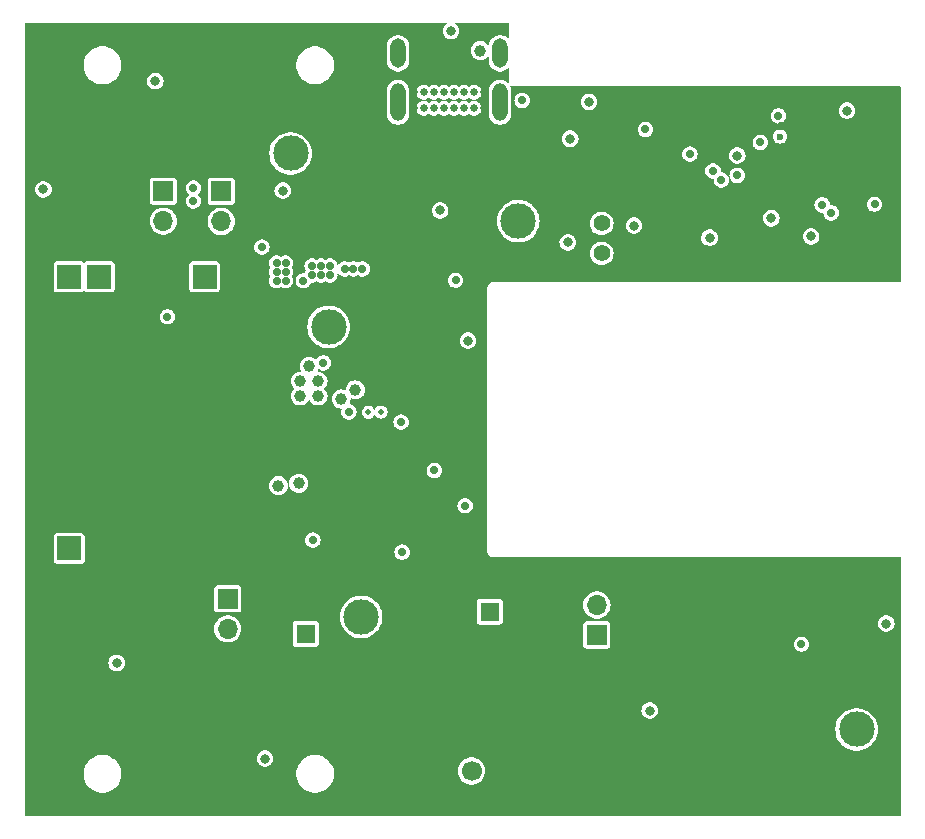
<source format=gbr>
%TF.GenerationSoftware,KiCad,Pcbnew,8.0.7*%
%TF.CreationDate,2025-02-05T21:47:27-05:00*%
%TF.ProjectId,SHERPENT20250113,53484552-5045-44e5-9432-303235303131,rev?*%
%TF.SameCoordinates,Original*%
%TF.FileFunction,Copper,L2,Inr*%
%TF.FilePolarity,Positive*%
%FSLAX46Y46*%
G04 Gerber Fmt 4.6, Leading zero omitted, Abs format (unit mm)*
G04 Created by KiCad (PCBNEW 8.0.7) date 2025-02-05 21:47:27*
%MOMM*%
%LPD*%
G01*
G04 APERTURE LIST*
%TA.AperFunction,ComponentPad*%
%ADD10C,3.000000*%
%TD*%
%TA.AperFunction,ComponentPad*%
%ADD11R,1.600000X1.600000*%
%TD*%
%TA.AperFunction,ComponentPad*%
%ADD12C,1.600000*%
%TD*%
%TA.AperFunction,ComponentPad*%
%ADD13R,1.700000X1.700000*%
%TD*%
%TA.AperFunction,ComponentPad*%
%ADD14O,1.700000X1.700000*%
%TD*%
%TA.AperFunction,ComponentPad*%
%ADD15C,0.648000*%
%TD*%
%TA.AperFunction,ComponentPad*%
%ADD16O,1.300000X2.500000*%
%TD*%
%TA.AperFunction,ComponentPad*%
%ADD17O,1.300000X3.200000*%
%TD*%
%TA.AperFunction,ComponentPad*%
%ADD18C,1.400000*%
%TD*%
%TA.AperFunction,ComponentPad*%
%ADD19R,2.000000X2.000000*%
%TD*%
%TA.AperFunction,ComponentPad*%
%ADD20C,1.700000*%
%TD*%
%TA.AperFunction,ComponentPad*%
%ADD21C,2.000000*%
%TD*%
%TA.AperFunction,ViaPad*%
%ADD22C,1.000000*%
%TD*%
%TA.AperFunction,ViaPad*%
%ADD23C,0.800000*%
%TD*%
%TA.AperFunction,ViaPad*%
%ADD24C,0.700000*%
%TD*%
%TA.AperFunction,ViaPad*%
%ADD25C,0.450000*%
%TD*%
%TA.AperFunction,ViaPad*%
%ADD26C,0.500000*%
%TD*%
%TA.AperFunction,ViaPad*%
%ADD27C,0.600000*%
%TD*%
%TA.AperFunction,Conductor*%
%ADD28C,0.450000*%
%TD*%
G04 APERTURE END LIST*
D10*
%TO.N,/VBATT*%
%TO.C,TP1*%
X154927200Y-80467600D03*
%TD*%
%TO.N,+9V*%
%TO.C,TP7*%
X158153000Y-95148800D03*
%TD*%
D11*
%TO.N,+9V*%
%TO.C,C8*%
X171800000Y-119255113D03*
D12*
%TO.N,GND*%
X171800000Y-117255113D03*
%TD*%
D10*
%TO.N,Net-(D19-DOUT)*%
%TO.C,NEO-END1*%
X202857000Y-129235600D03*
%TD*%
%TO.N,+3.3V*%
%TO.C,TP4*%
X174200000Y-86200000D03*
%TD*%
D13*
%TO.N,/Moteur1_PWM*%
%TO.C,J2*%
X149600000Y-118175000D03*
D14*
%TO.N,+9V*%
X149600000Y-120715000D03*
%TO.N,GND*%
X149600000Y-123255000D03*
%TD*%
D13*
%TO.N,Net-(BT1-+)*%
%TO.C,BT1*%
X149053945Y-83687345D03*
D14*
%TO.N,/B-*%
X149053945Y-86227345D03*
%TD*%
D15*
%TO.N,GND*%
%TO.C,J1*%
X171304800Y-76649200D03*
%TO.N,/VUSB*%
X170454800Y-76649200D03*
%TO.N,Net-(J1-CC1)*%
X169604800Y-76649200D03*
%TO.N,/USB_ESP32P*%
X168754800Y-76649200D03*
%TO.N,/USB_ESP32N*%
X167904800Y-76649200D03*
%TO.N,unconnected-(J1-SBU1-PadA8)*%
X167054800Y-76649200D03*
%TO.N,/VUSB*%
X166204800Y-76649200D03*
%TO.N,GND*%
X165354800Y-76649200D03*
X165354800Y-75299200D03*
%TO.N,/VUSB*%
X166204800Y-75299200D03*
%TO.N,Net-(J1-CC2)*%
X167054800Y-75299200D03*
%TO.N,/USB_ESP32P*%
X167904800Y-75299200D03*
%TO.N,/USB_ESP32N*%
X168754800Y-75299200D03*
%TO.N,unconnected-(J1-SBU2-PadB8)*%
X169604800Y-75299200D03*
%TO.N,/VUSB*%
X170454800Y-75299200D03*
%TO.N,GND*%
X171304800Y-75299200D03*
D16*
%TO.N,unconnected-(J1-SHIELD1-PadSH1)*%
X172649800Y-71999200D03*
%TO.N,unconnected-(J1-SHIELD2-PadSH2)*%
X164009800Y-71999200D03*
D17*
%TO.N,unconnected-(J1-SHIELD3-PadSH3)*%
X172649800Y-76149200D03*
%TO.N,unconnected-(J1-SHIELD4-PadSH4)*%
X164009800Y-76149200D03*
%TD*%
D11*
%TO.N,+9V*%
%TO.C,C7*%
X156200000Y-121144888D03*
D12*
%TO.N,GND*%
X156200000Y-123144888D03*
%TD*%
D13*
%TO.N,/Moteur2_PWM*%
%TO.C,J3*%
X180860600Y-121234600D03*
D14*
%TO.N,+9V*%
X180860600Y-118694600D03*
%TO.N,GND*%
X180860600Y-116154600D03*
%TD*%
D18*
%TO.N,/VUSB*%
%TO.C,JP19*%
X181267000Y-88931200D03*
%TO.N,/VBATT*%
X181267000Y-86391200D03*
%TD*%
D13*
%TO.N,Net-(BT2-+)*%
%TO.C,BT2*%
X144159545Y-83661945D03*
D14*
%TO.N,/B-*%
X144159545Y-86201945D03*
%TD*%
D19*
%TO.N,/VUSB*%
%TO.C,U4*%
X136187500Y-113912500D03*
%TO.N,GND*%
X150187500Y-113912500D03*
%TO.N,/VBATT*%
X136187500Y-90912500D03*
%TO.N,GND*%
X150187500Y-90912500D03*
%TO.N,/VBATT*%
X138727500Y-90912500D03*
%TO.N,/B-*%
X147647500Y-90912500D03*
%TD*%
D10*
%TO.N,/VUSB*%
%TO.C,TP2*%
X160900000Y-119700000D03*
%TD*%
D20*
%TO.N,GND*%
%TO.C,SW1*%
X165750000Y-132750000D03*
%TO.N,Net-(D2-K)*%
X170250000Y-132750000D03*
D21*
%TO.N,GND*%
X164500000Y-130250000D03*
X171500000Y-130250000D03*
%TD*%
D22*
%TO.N,GND*%
X164750000Y-97000000D03*
X165750000Y-98750000D03*
D23*
X191554000Y-86449800D03*
D22*
X165750000Y-97500000D03*
D23*
X151955400Y-77673600D03*
D24*
X162500000Y-87000000D03*
X161250000Y-87000000D03*
D23*
X197800000Y-82300000D03*
X185100000Y-76400000D03*
D24*
X195988519Y-76300766D03*
D23*
X162397899Y-104192749D03*
D25*
X201318509Y-82422109D03*
D22*
X163750000Y-98750000D03*
D24*
X171600000Y-80500000D03*
D23*
X176820000Y-124335400D03*
D22*
X163500000Y-99877150D03*
D24*
X196419422Y-78180577D03*
X162800000Y-80100000D03*
D23*
X205159204Y-81115800D03*
D24*
X159000000Y-88462945D03*
X140366400Y-88466400D03*
D23*
X201472700Y-75667500D03*
D22*
X164500000Y-100750000D03*
D23*
X200647200Y-78398000D03*
X198996200Y-125275000D03*
D24*
X160500000Y-88462945D03*
D23*
X155003400Y-103810200D03*
X161346600Y-116463600D03*
X160446600Y-111563600D03*
X162877400Y-93243800D03*
D24*
X159750000Y-88462945D03*
D22*
X164750000Y-99500000D03*
D23*
X181800000Y-82000000D03*
X204762000Y-77864600D03*
X144259200Y-126898800D03*
X192000000Y-76900000D03*
X184250000Y-84849600D03*
X135400000Y-117600000D03*
D22*
X163750000Y-97500000D03*
D23*
X205333000Y-85395200D03*
D22*
X164750000Y-98250000D03*
D23*
X186148841Y-84368051D03*
X191482160Y-80631013D03*
%TO.N,/VBATT*%
X199000000Y-87500000D03*
D24*
X156000000Y-91250000D03*
X157500000Y-90000000D03*
D22*
X155613000Y-108407600D03*
D24*
X154500000Y-89750000D03*
X156750000Y-90000000D03*
X158250000Y-90000000D03*
X146700000Y-83400000D03*
X157500000Y-90750000D03*
X146700000Y-84500000D03*
X156750000Y-90750000D03*
X154500000Y-91250000D03*
X153750000Y-89750000D03*
X153750000Y-91250000D03*
X153750000Y-90500000D03*
X158250000Y-90750000D03*
D23*
X190400000Y-87600000D03*
D24*
X154500000Y-90500000D03*
D23*
%TO.N,+9V*%
X169938600Y-96317200D03*
X185331000Y-127635400D03*
D22*
X155750000Y-101000000D03*
X155750000Y-99750000D03*
D24*
X168900000Y-91200000D03*
D23*
X134000000Y-83512800D03*
X205371600Y-120269400D03*
X143470800Y-74347200D03*
X168500000Y-70100000D03*
D22*
X156500000Y-98500000D03*
X159208771Y-101260110D03*
X160413599Y-100482800D03*
D23*
X178600000Y-79223000D03*
X140200000Y-123600000D03*
D22*
X157250000Y-99750000D03*
D23*
X152768200Y-131699400D03*
D22*
X157250000Y-101000000D03*
D23*
X180200000Y-76100000D03*
%TO.N,+3.3V*%
X192752355Y-80646261D03*
X154266800Y-83616145D03*
D24*
X174525000Y-75975000D03*
D23*
X167587800Y-85293200D03*
X202044200Y-76848600D03*
D24*
X196236288Y-77286455D03*
D23*
X184010200Y-86576800D03*
X195630700Y-85954500D03*
D24*
%TO.N,/VUSB*%
X160250000Y-90250000D03*
X159500000Y-90250000D03*
D22*
X171000000Y-71762500D03*
D23*
X178400000Y-88000000D03*
D22*
X153900000Y-108600000D03*
D24*
X161000000Y-90250000D03*
%TO.N,/USB_ESP32P*%
X200700000Y-85500000D03*
%TO.N,/USB_ESP32N*%
X199936000Y-84822148D03*
%TO.N,/Moteur1_PWM*%
X192740613Y-82324212D03*
X144500000Y-94300000D03*
%TO.N,/StayOn*%
X156806800Y-113208200D03*
X190690400Y-81954000D03*
%TO.N,/CHARGE*%
X152500000Y-88400000D03*
X188735873Y-80525000D03*
%TO.N,/Moteur2_PWM*%
X191392852Y-82720775D03*
D26*
%TO.N,Net-(C5-Pad1)*%
X162587040Y-102368840D03*
X161504968Y-102374556D03*
D24*
%TO.N,/NEOPX*%
X204369846Y-84769846D03*
%TO.N,/Button*%
X164376000Y-114226100D03*
X169700000Y-110300000D03*
%TO.N,Net-(Q4-D)*%
X167096600Y-107305600D03*
X159856278Y-102348739D03*
%TO.N,Net-(U2-FB)*%
X164283400Y-103216600D03*
X157700000Y-98200000D03*
%TO.N,Net-(U7-GPIO2)*%
X194698859Y-79526223D03*
D27*
X196367813Y-79036896D03*
D24*
%TO.N,Net-(D7-DOUT)*%
X184964600Y-78435400D03*
%TO.N,Net-(D18-DOUT)*%
X198183400Y-122022000D03*
%TD*%
D28*
%TO.N,GND*%
X165354800Y-75299200D02*
X165354800Y-76649200D01*
X171304800Y-74404800D02*
X170600000Y-73700000D01*
X165354800Y-76649200D02*
X165354800Y-77354800D01*
X165354800Y-75299200D02*
X165354800Y-74445200D01*
X165354800Y-77354800D02*
X166000000Y-78000000D01*
X171304800Y-76649200D02*
X171304800Y-77495200D01*
X165354800Y-74445200D02*
X165700000Y-74100000D01*
X171304800Y-74404800D02*
X171304800Y-76649200D01*
X171304800Y-77495200D02*
X170600000Y-78200000D01*
%TD*%
%TA.AperFunction,Conductor*%
%TO.N,GND*%
G36*
X168164333Y-69413252D02*
G01*
X168178685Y-69447900D01*
X168164333Y-69482548D01*
X168152456Y-69491287D01*
X168099159Y-69519259D01*
X168099151Y-69519264D01*
X168099148Y-69519266D01*
X168099146Y-69519268D01*
X167971816Y-69632071D01*
X167875182Y-69772068D01*
X167875181Y-69772070D01*
X167814861Y-69931125D01*
X167814860Y-69931128D01*
X167794355Y-70100000D01*
X167814860Y-70268872D01*
X167814861Y-70268874D01*
X167875181Y-70427929D01*
X167875182Y-70427931D01*
X167964187Y-70556875D01*
X167971817Y-70567929D01*
X168099148Y-70680734D01*
X168249775Y-70759790D01*
X168414944Y-70800500D01*
X168585056Y-70800500D01*
X168750225Y-70759790D01*
X168900852Y-70680734D01*
X169028183Y-70567929D01*
X169124818Y-70427930D01*
X169185140Y-70268872D01*
X169205645Y-70100000D01*
X169185140Y-69931128D01*
X169124818Y-69772070D01*
X169028183Y-69632071D01*
X168900852Y-69519266D01*
X168900844Y-69519261D01*
X168900840Y-69519259D01*
X168847544Y-69491287D01*
X168823534Y-69462478D01*
X168826928Y-69425129D01*
X168855737Y-69401119D01*
X168870315Y-69398900D01*
X173351000Y-69398900D01*
X173385648Y-69413252D01*
X173400000Y-69447900D01*
X173400000Y-70686894D01*
X173385648Y-70721542D01*
X173351000Y-70735894D01*
X173316352Y-70721542D01*
X173255707Y-70660897D01*
X173217181Y-70635155D01*
X173100031Y-70556878D01*
X173100027Y-70556876D01*
X173100025Y-70556875D01*
X172927058Y-70485229D01*
X172927048Y-70485226D01*
X172852994Y-70470496D01*
X172743416Y-70448700D01*
X172556184Y-70448700D01*
X172464786Y-70466880D01*
X172372551Y-70485226D01*
X172372541Y-70485229D01*
X172199574Y-70556875D01*
X172199570Y-70556877D01*
X172199569Y-70556878D01*
X172183030Y-70567929D01*
X172043892Y-70660897D01*
X171911497Y-70793292D01*
X171807475Y-70948974D01*
X171735829Y-71121941D01*
X171735824Y-71121960D01*
X171713179Y-71235806D01*
X171692344Y-71266989D01*
X171655562Y-71274305D01*
X171630473Y-71260895D01*
X171502263Y-71132685D01*
X171502259Y-71132682D01*
X171349526Y-71036712D01*
X171179258Y-70977133D01*
X171179257Y-70977132D01*
X171179255Y-70977132D01*
X171179251Y-70977131D01*
X171179249Y-70977131D01*
X171000000Y-70956935D01*
X170820750Y-70977131D01*
X170820741Y-70977133D01*
X170650473Y-71036712D01*
X170497740Y-71132682D01*
X170497736Y-71132685D01*
X170370185Y-71260236D01*
X170370182Y-71260240D01*
X170274212Y-71412973D01*
X170214633Y-71583241D01*
X170214631Y-71583250D01*
X170194435Y-71762500D01*
X170214631Y-71941749D01*
X170214633Y-71941758D01*
X170274212Y-72112026D01*
X170370066Y-72264574D01*
X170370184Y-72264762D01*
X170497738Y-72392316D01*
X170497740Y-72392317D01*
X170650473Y-72488287D01*
X170650477Y-72488288D01*
X170650478Y-72488289D01*
X170820745Y-72547868D01*
X171000000Y-72568065D01*
X171179255Y-72547868D01*
X171349522Y-72488289D01*
X171349524Y-72488287D01*
X171349526Y-72488287D01*
X171405596Y-72453055D01*
X171502262Y-72392316D01*
X171615652Y-72278926D01*
X171650300Y-72264574D01*
X171684948Y-72278926D01*
X171699300Y-72313574D01*
X171699300Y-72692816D01*
X171723540Y-72814679D01*
X171735826Y-72876448D01*
X171735829Y-72876458D01*
X171807475Y-73049425D01*
X171807476Y-73049427D01*
X171807478Y-73049431D01*
X171911498Y-73205108D01*
X172043892Y-73337502D01*
X172199569Y-73441522D01*
X172199574Y-73441524D01*
X172372541Y-73513170D01*
X172372543Y-73513170D01*
X172372549Y-73513173D01*
X172556184Y-73549700D01*
X172556187Y-73549700D01*
X172743413Y-73549700D01*
X172743416Y-73549700D01*
X172927051Y-73513173D01*
X173100031Y-73441522D01*
X173255708Y-73337502D01*
X173316352Y-73276858D01*
X173351000Y-73262506D01*
X173385648Y-73276858D01*
X173400000Y-73311506D01*
X173400000Y-74486894D01*
X173385648Y-74521542D01*
X173351000Y-74535894D01*
X173316352Y-74521542D01*
X173255707Y-74460897D01*
X173217181Y-74435155D01*
X173100031Y-74356878D01*
X173100027Y-74356876D01*
X173100025Y-74356875D01*
X172927058Y-74285229D01*
X172927048Y-74285226D01*
X172852994Y-74270496D01*
X172743416Y-74248700D01*
X172556184Y-74248700D01*
X172464786Y-74266880D01*
X172372551Y-74285226D01*
X172372541Y-74285229D01*
X172199574Y-74356875D01*
X172199570Y-74356877D01*
X172199569Y-74356878D01*
X172181622Y-74368870D01*
X172043892Y-74460897D01*
X171911497Y-74593292D01*
X171807475Y-74748974D01*
X171735829Y-74921941D01*
X171735826Y-74921951D01*
X171718940Y-75006847D01*
X171699300Y-75105584D01*
X171699300Y-77192816D01*
X171708170Y-77237407D01*
X171735826Y-77376448D01*
X171735829Y-77376458D01*
X171807475Y-77549425D01*
X171807476Y-77549427D01*
X171807478Y-77549431D01*
X171911498Y-77705108D01*
X172043892Y-77837502D01*
X172199569Y-77941522D01*
X172199574Y-77941524D01*
X172372541Y-78013170D01*
X172372543Y-78013170D01*
X172372549Y-78013173D01*
X172556184Y-78049700D01*
X172556187Y-78049700D01*
X172743413Y-78049700D01*
X172743416Y-78049700D01*
X172927051Y-78013173D01*
X173100031Y-77941522D01*
X173255708Y-77837502D01*
X173388102Y-77705108D01*
X173492122Y-77549431D01*
X173563773Y-77376451D01*
X173581674Y-77286455D01*
X195581010Y-77286455D01*
X195600051Y-77443274D01*
X195656068Y-77590979D01*
X195713915Y-77674785D01*
X195745805Y-77720985D01*
X195864048Y-77825738D01*
X196003923Y-77899151D01*
X196157303Y-77936955D01*
X196157304Y-77936955D01*
X196315271Y-77936955D01*
X196315273Y-77936955D01*
X196468653Y-77899151D01*
X196608528Y-77825738D01*
X196726771Y-77720985D01*
X196816508Y-77590978D01*
X196872525Y-77443273D01*
X196891566Y-77286455D01*
X196872525Y-77129637D01*
X196816508Y-76981932D01*
X196726771Y-76851925D01*
X196726768Y-76851922D01*
X196726767Y-76851921D01*
X196723018Y-76848600D01*
X201338555Y-76848600D01*
X201359060Y-77017472D01*
X201359061Y-77017474D01*
X201419381Y-77176529D01*
X201419382Y-77176531D01*
X201486454Y-77273700D01*
X201516017Y-77316529D01*
X201643348Y-77429334D01*
X201793975Y-77508390D01*
X201959144Y-77549100D01*
X202129256Y-77549100D01*
X202294425Y-77508390D01*
X202445052Y-77429334D01*
X202572383Y-77316529D01*
X202669018Y-77176530D01*
X202729340Y-77017472D01*
X202749845Y-76848600D01*
X202729340Y-76679728D01*
X202669018Y-76520670D01*
X202664609Y-76514283D01*
X202572383Y-76380671D01*
X202545491Y-76356847D01*
X202445052Y-76267866D01*
X202445044Y-76267862D01*
X202445043Y-76267861D01*
X202294424Y-76188809D01*
X202129256Y-76148100D01*
X201959144Y-76148100D01*
X201793975Y-76188809D01*
X201643356Y-76267861D01*
X201643351Y-76267864D01*
X201643348Y-76267866D01*
X201642210Y-76268874D01*
X201516016Y-76380671D01*
X201419382Y-76520668D01*
X201419381Y-76520670D01*
X201361324Y-76673758D01*
X201359060Y-76679728D01*
X201338555Y-76848600D01*
X196723018Y-76848600D01*
X196608527Y-76747171D01*
X196468652Y-76673758D01*
X196353076Y-76645272D01*
X196315273Y-76635955D01*
X196157303Y-76635955D01*
X196126975Y-76643430D01*
X196003923Y-76673758D01*
X195864048Y-76747171D01*
X195745808Y-76851921D01*
X195745804Y-76851926D01*
X195656068Y-76981930D01*
X195600051Y-77129635D01*
X195581010Y-77286455D01*
X173581674Y-77286455D01*
X173600300Y-77192816D01*
X173600300Y-75975000D01*
X173869722Y-75975000D01*
X173888763Y-76131819D01*
X173944780Y-76279524D01*
X173998153Y-76356847D01*
X174034517Y-76409530D01*
X174034519Y-76409531D01*
X174034520Y-76409533D01*
X174135114Y-76498650D01*
X174152760Y-76514283D01*
X174292635Y-76587696D01*
X174446015Y-76625500D01*
X174446016Y-76625500D01*
X174603983Y-76625500D01*
X174603985Y-76625500D01*
X174757365Y-76587696D01*
X174897240Y-76514283D01*
X175015483Y-76409530D01*
X175105220Y-76279523D01*
X175161237Y-76131818D01*
X175165100Y-76100000D01*
X179494355Y-76100000D01*
X179514860Y-76268872D01*
X179518900Y-76279524D01*
X179575181Y-76427929D01*
X179575182Y-76427931D01*
X179639196Y-76520670D01*
X179671817Y-76567929D01*
X179799148Y-76680734D01*
X179949775Y-76759790D01*
X180114944Y-76800500D01*
X180285056Y-76800500D01*
X180450225Y-76759790D01*
X180600852Y-76680734D01*
X180728183Y-76567929D01*
X180824818Y-76427930D01*
X180885140Y-76268872D01*
X180905645Y-76100000D01*
X180885140Y-75931128D01*
X180824818Y-75772070D01*
X180786365Y-75716362D01*
X180728183Y-75632071D01*
X180682445Y-75591551D01*
X180600852Y-75519266D01*
X180600844Y-75519262D01*
X180600843Y-75519261D01*
X180450224Y-75440209D01*
X180285056Y-75399500D01*
X180114944Y-75399500D01*
X179949775Y-75440209D01*
X179799156Y-75519261D01*
X179799151Y-75519264D01*
X179799148Y-75519266D01*
X179799146Y-75519268D01*
X179671816Y-75632071D01*
X179575182Y-75772068D01*
X179575181Y-75772070D01*
X179531441Y-75887407D01*
X179514860Y-75931128D01*
X179494355Y-76100000D01*
X175165100Y-76100000D01*
X175180278Y-75975000D01*
X175161237Y-75818182D01*
X175105220Y-75670477D01*
X175015483Y-75540470D01*
X175015480Y-75540467D01*
X175015479Y-75540466D01*
X174897239Y-75435716D01*
X174757364Y-75362303D01*
X174641788Y-75333817D01*
X174603985Y-75324500D01*
X174446015Y-75324500D01*
X174415687Y-75331975D01*
X174292635Y-75362303D01*
X174152760Y-75435716D01*
X174034520Y-75540466D01*
X174034516Y-75540471D01*
X173944780Y-75670475D01*
X173888763Y-75818180D01*
X173869722Y-75975000D01*
X173600300Y-75975000D01*
X173600300Y-75105584D01*
X173563773Y-74921949D01*
X173511985Y-74796922D01*
X173511985Y-74759420D01*
X173538503Y-74732901D01*
X173557351Y-74729172D01*
X206549405Y-74798846D01*
X206584021Y-74813271D01*
X206598300Y-74847846D01*
X206598300Y-91297300D01*
X206583948Y-91331948D01*
X206549300Y-91346300D01*
X172031705Y-91346300D01*
X171904415Y-91380407D01*
X171904411Y-91380408D01*
X171790285Y-91446300D01*
X171790285Y-91446301D01*
X171697101Y-91539485D01*
X171697100Y-91539485D01*
X171631208Y-91653611D01*
X171631207Y-91653615D01*
X171597100Y-91780904D01*
X171597100Y-114213895D01*
X171631207Y-114341184D01*
X171631208Y-114341188D01*
X171697100Y-114455314D01*
X171790286Y-114548500D01*
X171832057Y-114572617D01*
X171904411Y-114614391D01*
X171904413Y-114614391D01*
X171904414Y-114614392D01*
X172004807Y-114641292D01*
X172031704Y-114648499D01*
X172031705Y-114648500D01*
X172031708Y-114648500D01*
X172163492Y-114648500D01*
X206549300Y-114648500D01*
X206583948Y-114662852D01*
X206598300Y-114697500D01*
X206598300Y-136546900D01*
X206583948Y-136581548D01*
X206549300Y-136595900D01*
X132464300Y-136595900D01*
X132429652Y-136581548D01*
X132415300Y-136546900D01*
X132415300Y-132874038D01*
X137399500Y-132874038D01*
X137399500Y-133125961D01*
X137438909Y-133374782D01*
X137438910Y-133374785D01*
X137516759Y-133614380D01*
X137631128Y-133838842D01*
X137779208Y-134042657D01*
X137779212Y-134042662D01*
X137957338Y-134220788D01*
X137957342Y-134220791D01*
X137957344Y-134220793D01*
X138161155Y-134368870D01*
X138385621Y-134483241D01*
X138625215Y-134561090D01*
X138874038Y-134600500D01*
X138874039Y-134600500D01*
X139125961Y-134600500D01*
X139125962Y-134600500D01*
X139374785Y-134561090D01*
X139614379Y-134483241D01*
X139838845Y-134368870D01*
X140042656Y-134220793D01*
X140042659Y-134220789D01*
X140042662Y-134220788D01*
X140220788Y-134042662D01*
X140220789Y-134042659D01*
X140220793Y-134042656D01*
X140368870Y-133838845D01*
X140483241Y-133614379D01*
X140561090Y-133374785D01*
X140600500Y-133125962D01*
X140600500Y-132874038D01*
X155399500Y-132874038D01*
X155399500Y-133125961D01*
X155438909Y-133374782D01*
X155438910Y-133374785D01*
X155516759Y-133614380D01*
X155631128Y-133838842D01*
X155779208Y-134042657D01*
X155779212Y-134042662D01*
X155957338Y-134220788D01*
X155957342Y-134220791D01*
X155957344Y-134220793D01*
X156161155Y-134368870D01*
X156385621Y-134483241D01*
X156625215Y-134561090D01*
X156874038Y-134600500D01*
X156874039Y-134600500D01*
X157125961Y-134600500D01*
X157125962Y-134600500D01*
X157374785Y-134561090D01*
X157614379Y-134483241D01*
X157838845Y-134368870D01*
X158042656Y-134220793D01*
X158042659Y-134220789D01*
X158042662Y-134220788D01*
X158220788Y-134042662D01*
X158220789Y-134042659D01*
X158220793Y-134042656D01*
X158368870Y-133838845D01*
X158483241Y-133614379D01*
X158561090Y-133374785D01*
X158600500Y-133125962D01*
X158600500Y-132874038D01*
X158580854Y-132750000D01*
X169094571Y-132750000D01*
X169114243Y-132962306D01*
X169114244Y-132962312D01*
X169172593Y-133167384D01*
X169172597Y-133167394D01*
X169267632Y-133358252D01*
X169267635Y-133358256D01*
X169396125Y-133528404D01*
X169396128Y-133528407D01*
X169553693Y-133672048D01*
X169553694Y-133672049D01*
X169553698Y-133672052D01*
X169734981Y-133784298D01*
X169734984Y-133784299D01*
X169933796Y-133861319D01*
X169933797Y-133861319D01*
X169933802Y-133861321D01*
X170143390Y-133900500D01*
X170143392Y-133900500D01*
X170356608Y-133900500D01*
X170356610Y-133900500D01*
X170566198Y-133861321D01*
X170765019Y-133784298D01*
X170946302Y-133672052D01*
X171103872Y-133528407D01*
X171232366Y-133358255D01*
X171327405Y-133167389D01*
X171385756Y-132962310D01*
X171405429Y-132750000D01*
X171385756Y-132537690D01*
X171327405Y-132332611D01*
X171232366Y-132141745D01*
X171103872Y-131971593D01*
X171088235Y-131957338D01*
X170946306Y-131827951D01*
X170946303Y-131827949D01*
X170946302Y-131827948D01*
X170765019Y-131715702D01*
X170765016Y-131715701D01*
X170765015Y-131715700D01*
X170566203Y-131638680D01*
X170566198Y-131638679D01*
X170356610Y-131599500D01*
X170143390Y-131599500D01*
X169985236Y-131629064D01*
X169933796Y-131638680D01*
X169734984Y-131715700D01*
X169553693Y-131827951D01*
X169396128Y-131971592D01*
X169396125Y-131971595D01*
X169267635Y-132141743D01*
X169267632Y-132141747D01*
X169172597Y-132332605D01*
X169172593Y-132332615D01*
X169114244Y-132537687D01*
X169114243Y-132537693D01*
X169094571Y-132750000D01*
X158580854Y-132750000D01*
X158561090Y-132625215D01*
X158483241Y-132385621D01*
X158368870Y-132161155D01*
X158220793Y-131957344D01*
X158220791Y-131957342D01*
X158220788Y-131957338D01*
X158042662Y-131779212D01*
X158042657Y-131779208D01*
X157955248Y-131715702D01*
X157838845Y-131631130D01*
X157838844Y-131631129D01*
X157838842Y-131631128D01*
X157614380Y-131516759D01*
X157374785Y-131438910D01*
X157374782Y-131438909D01*
X157183642Y-131408635D01*
X157125962Y-131399500D01*
X156874038Y-131399500D01*
X156827212Y-131406916D01*
X156625217Y-131438909D01*
X156625214Y-131438910D01*
X156385619Y-131516759D01*
X156161157Y-131631128D01*
X155957342Y-131779208D01*
X155779208Y-131957342D01*
X155631128Y-132161157D01*
X155516759Y-132385619D01*
X155438910Y-132625214D01*
X155438909Y-132625217D01*
X155399500Y-132874038D01*
X140600500Y-132874038D01*
X140561090Y-132625215D01*
X140483241Y-132385621D01*
X140368870Y-132161155D01*
X140220793Y-131957344D01*
X140220791Y-131957342D01*
X140220788Y-131957338D01*
X140042662Y-131779212D01*
X140042657Y-131779208D01*
X139955248Y-131715702D01*
X139932810Y-131699400D01*
X152062555Y-131699400D01*
X152083060Y-131868272D01*
X152083061Y-131868274D01*
X152143381Y-132027329D01*
X152143382Y-132027331D01*
X152240016Y-132167328D01*
X152240017Y-132167329D01*
X152367348Y-132280134D01*
X152517975Y-132359190D01*
X152683144Y-132399900D01*
X152853256Y-132399900D01*
X153018425Y-132359190D01*
X153169052Y-132280134D01*
X153296383Y-132167329D01*
X153393018Y-132027330D01*
X153453340Y-131868272D01*
X153473845Y-131699400D01*
X153453340Y-131530528D01*
X153393018Y-131371470D01*
X153296383Y-131231471D01*
X153169052Y-131118666D01*
X153169044Y-131118662D01*
X153169043Y-131118661D01*
X153018424Y-131039609D01*
X152853256Y-130998900D01*
X152683144Y-130998900D01*
X152517975Y-131039609D01*
X152367356Y-131118661D01*
X152367351Y-131118664D01*
X152367348Y-131118666D01*
X152367346Y-131118668D01*
X152240016Y-131231471D01*
X152143382Y-131371468D01*
X152143381Y-131371470D01*
X152088282Y-131516759D01*
X152083060Y-131530528D01*
X152062555Y-131699400D01*
X139932810Y-131699400D01*
X139838845Y-131631130D01*
X139838844Y-131631129D01*
X139838842Y-131631128D01*
X139614380Y-131516759D01*
X139374785Y-131438910D01*
X139374782Y-131438909D01*
X139183642Y-131408635D01*
X139125962Y-131399500D01*
X138874038Y-131399500D01*
X138827212Y-131406916D01*
X138625217Y-131438909D01*
X138625214Y-131438910D01*
X138385619Y-131516759D01*
X138161157Y-131631128D01*
X137957342Y-131779208D01*
X137779208Y-131957342D01*
X137631128Y-132161157D01*
X137516759Y-132385619D01*
X137438910Y-132625214D01*
X137438909Y-132625217D01*
X137399500Y-132874038D01*
X132415300Y-132874038D01*
X132415300Y-129235600D01*
X201051451Y-129235600D01*
X201071616Y-129504697D01*
X201071618Y-129504706D01*
X201131666Y-129767796D01*
X201230256Y-130018996D01*
X201230259Y-130019001D01*
X201365181Y-130252697D01*
X201365184Y-130252701D01*
X201533434Y-130463680D01*
X201533439Y-130463685D01*
X201731259Y-130647235D01*
X201954226Y-130799251D01*
X201954227Y-130799251D01*
X201954228Y-130799252D01*
X202197352Y-130916335D01*
X202197355Y-130916336D01*
X202197359Y-130916338D01*
X202455228Y-130995880D01*
X202722071Y-131036100D01*
X202722073Y-131036100D01*
X202991927Y-131036100D01*
X202991929Y-131036100D01*
X203258772Y-130995880D01*
X203516641Y-130916338D01*
X203759775Y-130799251D01*
X203982741Y-130647235D01*
X204180561Y-130463685D01*
X204348815Y-130252702D01*
X204483743Y-130018998D01*
X204582334Y-129767795D01*
X204642383Y-129504703D01*
X204662549Y-129235600D01*
X204642383Y-128966497D01*
X204582334Y-128703405D01*
X204483743Y-128452202D01*
X204393093Y-128295190D01*
X204348818Y-128218502D01*
X204348815Y-128218498D01*
X204180565Y-128007519D01*
X204180560Y-128007514D01*
X203982742Y-127823966D01*
X203982740Y-127823964D01*
X203759772Y-127671947D01*
X203516647Y-127554864D01*
X203516634Y-127554859D01*
X203339486Y-127500217D01*
X203258772Y-127475320D01*
X202991929Y-127435100D01*
X202722071Y-127435100D01*
X202455228Y-127475320D01*
X202455225Y-127475321D01*
X202197365Y-127554859D01*
X202197352Y-127554864D01*
X201954228Y-127671947D01*
X201731259Y-127823964D01*
X201731257Y-127823966D01*
X201533439Y-128007514D01*
X201533434Y-128007519D01*
X201365184Y-128218498D01*
X201365181Y-128218502D01*
X201230259Y-128452198D01*
X201230256Y-128452203D01*
X201131666Y-128703403D01*
X201071618Y-128966493D01*
X201071616Y-128966502D01*
X201051451Y-129235600D01*
X132415300Y-129235600D01*
X132415300Y-127635400D01*
X184625355Y-127635400D01*
X184645860Y-127804272D01*
X184653329Y-127823966D01*
X184706181Y-127963329D01*
X184706182Y-127963331D01*
X184802816Y-128103328D01*
X184802817Y-128103329D01*
X184930148Y-128216134D01*
X185080775Y-128295190D01*
X185245944Y-128335900D01*
X185416056Y-128335900D01*
X185581225Y-128295190D01*
X185731852Y-128216134D01*
X185859183Y-128103329D01*
X185955818Y-127963330D01*
X186016140Y-127804272D01*
X186036645Y-127635400D01*
X186016140Y-127466528D01*
X185955818Y-127307470D01*
X185859183Y-127167471D01*
X185731852Y-127054666D01*
X185731844Y-127054662D01*
X185731843Y-127054661D01*
X185581224Y-126975609D01*
X185416056Y-126934900D01*
X185245944Y-126934900D01*
X185080775Y-126975609D01*
X184930156Y-127054661D01*
X184930151Y-127054664D01*
X184930148Y-127054666D01*
X184930146Y-127054668D01*
X184802816Y-127167471D01*
X184706182Y-127307468D01*
X184706181Y-127307470D01*
X184657779Y-127435100D01*
X184645860Y-127466528D01*
X184625355Y-127635400D01*
X132415300Y-127635400D01*
X132415300Y-123600000D01*
X139494355Y-123600000D01*
X139514860Y-123768872D01*
X139514861Y-123768874D01*
X139575181Y-123927929D01*
X139575182Y-123927931D01*
X139671816Y-124067928D01*
X139671817Y-124067929D01*
X139799148Y-124180734D01*
X139949775Y-124259790D01*
X140114944Y-124300500D01*
X140285056Y-124300500D01*
X140450225Y-124259790D01*
X140600852Y-124180734D01*
X140728183Y-124067929D01*
X140824818Y-123927930D01*
X140885140Y-123768872D01*
X140905645Y-123600000D01*
X140885140Y-123431128D01*
X140824818Y-123272070D01*
X140728183Y-123132071D01*
X140600852Y-123019266D01*
X140600844Y-123019262D01*
X140600843Y-123019261D01*
X140450224Y-122940209D01*
X140285056Y-122899500D01*
X140114944Y-122899500D01*
X139949775Y-122940209D01*
X139799156Y-123019261D01*
X139799151Y-123019264D01*
X139799148Y-123019266D01*
X139799146Y-123019268D01*
X139671816Y-123132071D01*
X139575182Y-123272068D01*
X139575181Y-123272070D01*
X139514861Y-123431125D01*
X139514860Y-123431128D01*
X139494355Y-123600000D01*
X132415300Y-123600000D01*
X132415300Y-120715000D01*
X148444571Y-120715000D01*
X148464243Y-120927306D01*
X148464244Y-120927312D01*
X148522593Y-121132384D01*
X148522597Y-121132394D01*
X148617632Y-121323252D01*
X148617635Y-121323256D01*
X148746125Y-121493404D01*
X148746128Y-121493407D01*
X148903693Y-121637048D01*
X148903694Y-121637049D01*
X148903698Y-121637052D01*
X149084981Y-121749298D01*
X149084984Y-121749299D01*
X149283796Y-121826319D01*
X149283797Y-121826319D01*
X149283802Y-121826321D01*
X149493390Y-121865500D01*
X149493392Y-121865500D01*
X149706608Y-121865500D01*
X149706610Y-121865500D01*
X149916198Y-121826321D01*
X150115019Y-121749298D01*
X150296302Y-121637052D01*
X150453872Y-121493407D01*
X150582366Y-121323255D01*
X150677405Y-121132389D01*
X150735756Y-120927310D01*
X150755429Y-120715000D01*
X150735756Y-120502690D01*
X150678091Y-120300022D01*
X155099500Y-120300022D01*
X155099500Y-121989746D01*
X155099501Y-121989756D01*
X155102415Y-122014880D01*
X155147794Y-122117654D01*
X155227233Y-122197093D01*
X155330006Y-122242472D01*
X155330009Y-122242473D01*
X155355135Y-122245388D01*
X157044864Y-122245387D01*
X157069991Y-122242473D01*
X157172765Y-122197094D01*
X157252206Y-122117653D01*
X157297585Y-122014879D01*
X157300500Y-121989753D01*
X157300499Y-120300024D01*
X157297585Y-120274897D01*
X157252206Y-120172123D01*
X157252205Y-120172122D01*
X157252205Y-120172121D01*
X157172766Y-120092682D01*
X157172767Y-120092682D01*
X157069993Y-120047303D01*
X157057428Y-120045845D01*
X157044865Y-120044388D01*
X157044863Y-120044388D01*
X155355141Y-120044388D01*
X155355131Y-120044389D01*
X155330007Y-120047303D01*
X155227233Y-120092682D01*
X155147794Y-120172121D01*
X155102415Y-120274894D01*
X155099500Y-120300022D01*
X150678091Y-120300022D01*
X150677405Y-120297611D01*
X150582366Y-120106745D01*
X150457555Y-119941470D01*
X150453874Y-119936595D01*
X150453871Y-119936592D01*
X150296306Y-119792951D01*
X150296303Y-119792949D01*
X150296302Y-119792948D01*
X150146186Y-119700000D01*
X159094451Y-119700000D01*
X159114616Y-119969097D01*
X159114618Y-119969106D01*
X159174666Y-120232196D01*
X159255546Y-120438272D01*
X159273257Y-120483398D01*
X159284395Y-120502690D01*
X159408181Y-120717097D01*
X159408184Y-120717101D01*
X159576434Y-120928080D01*
X159576439Y-120928085D01*
X159774259Y-121111635D01*
X159997226Y-121263651D01*
X159997227Y-121263651D01*
X159997228Y-121263652D01*
X160240352Y-121380735D01*
X160240355Y-121380736D01*
X160240359Y-121380738D01*
X160498228Y-121460280D01*
X160765071Y-121500500D01*
X160765073Y-121500500D01*
X161034927Y-121500500D01*
X161034929Y-121500500D01*
X161301772Y-121460280D01*
X161559641Y-121380738D01*
X161802775Y-121263651D01*
X162025741Y-121111635D01*
X162223561Y-120928085D01*
X162391815Y-120717102D01*
X162526743Y-120483398D01*
X162625334Y-120232195D01*
X162685383Y-119969103D01*
X162705549Y-119700000D01*
X162685383Y-119430897D01*
X162625334Y-119167805D01*
X162526743Y-118916602D01*
X162459279Y-118799750D01*
X162391818Y-118682902D01*
X162391815Y-118682898D01*
X162223565Y-118471919D01*
X162223560Y-118471914D01*
X162157099Y-118410247D01*
X170699500Y-118410247D01*
X170699500Y-120099971D01*
X170699501Y-120099981D01*
X170702415Y-120125105D01*
X170747794Y-120227879D01*
X170827233Y-120307318D01*
X170930006Y-120352697D01*
X170930009Y-120352698D01*
X170955135Y-120355613D01*
X172644864Y-120355612D01*
X172669991Y-120352698D01*
X172699352Y-120339734D01*
X179710100Y-120339734D01*
X179710100Y-122129458D01*
X179710101Y-122129468D01*
X179713015Y-122154592D01*
X179758394Y-122257366D01*
X179837833Y-122336805D01*
X179940606Y-122382184D01*
X179940609Y-122382185D01*
X179965735Y-122385100D01*
X181755464Y-122385099D01*
X181780591Y-122382185D01*
X181883365Y-122336806D01*
X181962806Y-122257365D01*
X182008185Y-122154591D01*
X182011100Y-122129465D01*
X182011100Y-122022000D01*
X197528122Y-122022000D01*
X197547163Y-122178819D01*
X197603180Y-122326524D01*
X197661027Y-122410330D01*
X197692917Y-122456530D01*
X197811160Y-122561283D01*
X197951035Y-122634696D01*
X198104415Y-122672500D01*
X198104416Y-122672500D01*
X198262383Y-122672500D01*
X198262385Y-122672500D01*
X198415765Y-122634696D01*
X198555640Y-122561283D01*
X198673883Y-122456530D01*
X198763620Y-122326523D01*
X198819637Y-122178818D01*
X198838678Y-122022000D01*
X198819637Y-121865182D01*
X198763620Y-121717477D01*
X198673883Y-121587470D01*
X198673880Y-121587467D01*
X198673879Y-121587466D01*
X198555639Y-121482716D01*
X198415764Y-121409303D01*
X198299854Y-121380735D01*
X198262385Y-121371500D01*
X198104415Y-121371500D01*
X198074087Y-121378975D01*
X197951035Y-121409303D01*
X197811160Y-121482716D01*
X197692920Y-121587466D01*
X197692916Y-121587471D01*
X197603180Y-121717475D01*
X197547163Y-121865180D01*
X197528122Y-122022000D01*
X182011100Y-122022000D01*
X182011099Y-120339736D01*
X182008185Y-120314609D01*
X181988223Y-120269400D01*
X204665955Y-120269400D01*
X204686460Y-120438272D01*
X204686461Y-120438274D01*
X204746781Y-120597329D01*
X204746782Y-120597331D01*
X204829455Y-120717102D01*
X204843417Y-120737329D01*
X204970748Y-120850134D01*
X205121375Y-120929190D01*
X205286544Y-120969900D01*
X205456656Y-120969900D01*
X205621825Y-120929190D01*
X205772452Y-120850134D01*
X205899783Y-120737329D01*
X205996418Y-120597330D01*
X206056740Y-120438272D01*
X206077245Y-120269400D01*
X206056740Y-120100528D01*
X205996418Y-119941470D01*
X205899783Y-119801471D01*
X205772452Y-119688666D01*
X205772444Y-119688662D01*
X205772443Y-119688661D01*
X205621824Y-119609609D01*
X205456656Y-119568900D01*
X205286544Y-119568900D01*
X205121375Y-119609609D01*
X204970756Y-119688661D01*
X204970751Y-119688664D01*
X204970748Y-119688666D01*
X204970746Y-119688668D01*
X204843416Y-119801471D01*
X204746782Y-119941468D01*
X204746781Y-119941470D01*
X204686667Y-120099981D01*
X204686460Y-120100528D01*
X204665955Y-120269400D01*
X181988223Y-120269400D01*
X181962806Y-120211835D01*
X181962805Y-120211834D01*
X181962805Y-120211833D01*
X181883366Y-120132394D01*
X181883367Y-120132394D01*
X181780593Y-120087015D01*
X181768028Y-120085557D01*
X181755465Y-120084100D01*
X181755463Y-120084100D01*
X179965741Y-120084100D01*
X179965731Y-120084101D01*
X179940607Y-120087015D01*
X179837833Y-120132394D01*
X179758394Y-120211833D01*
X179713015Y-120314606D01*
X179710100Y-120339734D01*
X172699352Y-120339734D01*
X172772765Y-120307319D01*
X172852206Y-120227878D01*
X172897585Y-120125104D01*
X172900500Y-120099978D01*
X172900499Y-118694600D01*
X179705171Y-118694600D01*
X179724843Y-118906906D01*
X179724844Y-118906912D01*
X179783193Y-119111984D01*
X179783197Y-119111994D01*
X179878232Y-119302852D01*
X179878235Y-119302856D01*
X180006725Y-119473004D01*
X180006728Y-119473007D01*
X180164293Y-119616648D01*
X180164294Y-119616649D01*
X180164298Y-119616652D01*
X180345581Y-119728898D01*
X180345584Y-119728899D01*
X180544396Y-119805919D01*
X180544397Y-119805919D01*
X180544402Y-119805921D01*
X180753990Y-119845100D01*
X180753992Y-119845100D01*
X180967208Y-119845100D01*
X180967210Y-119845100D01*
X181176798Y-119805921D01*
X181375619Y-119728898D01*
X181556902Y-119616652D01*
X181714472Y-119473007D01*
X181842966Y-119302855D01*
X181938005Y-119111989D01*
X181996356Y-118906910D01*
X182016029Y-118694600D01*
X181996356Y-118482290D01*
X181938005Y-118277211D01*
X181842966Y-118086345D01*
X181714472Y-117916193D01*
X181696161Y-117899500D01*
X181556906Y-117772551D01*
X181556903Y-117772549D01*
X181556902Y-117772548D01*
X181375619Y-117660302D01*
X181375616Y-117660301D01*
X181375615Y-117660300D01*
X181176803Y-117583280D01*
X181176798Y-117583279D01*
X180967210Y-117544100D01*
X180753990Y-117544100D01*
X180595836Y-117573664D01*
X180544396Y-117583280D01*
X180345584Y-117660300D01*
X180164293Y-117772551D01*
X180006728Y-117916192D01*
X180006725Y-117916195D01*
X179878235Y-118086343D01*
X179878232Y-118086347D01*
X179783197Y-118277205D01*
X179783193Y-118277215D01*
X179724844Y-118482287D01*
X179724843Y-118482293D01*
X179705171Y-118694600D01*
X172900499Y-118694600D01*
X172900499Y-118410249D01*
X172897585Y-118385122D01*
X172852206Y-118282348D01*
X172852205Y-118282347D01*
X172852205Y-118282346D01*
X172772766Y-118202907D01*
X172772767Y-118202907D01*
X172669993Y-118157528D01*
X172657428Y-118156070D01*
X172644865Y-118154613D01*
X172644863Y-118154613D01*
X170955141Y-118154613D01*
X170955131Y-118154614D01*
X170930007Y-118157528D01*
X170827233Y-118202907D01*
X170747794Y-118282346D01*
X170702415Y-118385119D01*
X170699500Y-118410247D01*
X162157099Y-118410247D01*
X162025742Y-118288366D01*
X162025740Y-118288364D01*
X161802772Y-118136347D01*
X161559647Y-118019264D01*
X161559634Y-118019259D01*
X161382486Y-117964617D01*
X161301772Y-117939720D01*
X161034929Y-117899500D01*
X160765071Y-117899500D01*
X160498228Y-117939720D01*
X160498225Y-117939721D01*
X160240365Y-118019259D01*
X160240352Y-118019264D01*
X159997228Y-118136347D01*
X159774259Y-118288364D01*
X159774257Y-118288366D01*
X159576439Y-118471914D01*
X159576434Y-118471919D01*
X159408184Y-118682898D01*
X159408181Y-118682902D01*
X159273259Y-118916598D01*
X159273256Y-118916603D01*
X159174666Y-119167803D01*
X159114618Y-119430893D01*
X159114616Y-119430902D01*
X159094451Y-119700000D01*
X150146186Y-119700000D01*
X150115019Y-119680702D01*
X150115016Y-119680701D01*
X150115015Y-119680700D01*
X149916203Y-119603680D01*
X149916198Y-119603679D01*
X149706610Y-119564500D01*
X149493390Y-119564500D01*
X149335236Y-119594064D01*
X149283796Y-119603680D01*
X149084984Y-119680700D01*
X148903693Y-119792951D01*
X148746128Y-119936592D01*
X148746125Y-119936595D01*
X148617635Y-120106743D01*
X148617632Y-120106747D01*
X148522597Y-120297605D01*
X148522593Y-120297615D01*
X148464244Y-120502687D01*
X148464243Y-120502693D01*
X148444571Y-120715000D01*
X132415300Y-120715000D01*
X132415300Y-117280134D01*
X148449500Y-117280134D01*
X148449500Y-119069858D01*
X148449501Y-119069868D01*
X148452415Y-119094992D01*
X148497794Y-119197766D01*
X148577233Y-119277205D01*
X148680006Y-119322584D01*
X148680009Y-119322585D01*
X148705135Y-119325500D01*
X150494864Y-119325499D01*
X150519991Y-119322585D01*
X150622765Y-119277206D01*
X150702206Y-119197765D01*
X150747585Y-119094991D01*
X150750500Y-119069865D01*
X150750499Y-117280136D01*
X150747585Y-117255009D01*
X150702206Y-117152235D01*
X150702205Y-117152234D01*
X150702205Y-117152233D01*
X150622766Y-117072794D01*
X150622767Y-117072794D01*
X150519993Y-117027415D01*
X150507428Y-117025957D01*
X150494865Y-117024500D01*
X150494863Y-117024500D01*
X148705141Y-117024500D01*
X148705131Y-117024501D01*
X148680007Y-117027415D01*
X148577233Y-117072794D01*
X148497794Y-117152233D01*
X148452415Y-117255006D01*
X148449500Y-117280134D01*
X132415300Y-117280134D01*
X132415300Y-112867634D01*
X134887000Y-112867634D01*
X134887000Y-114957358D01*
X134887001Y-114957368D01*
X134889915Y-114982492D01*
X134935294Y-115085266D01*
X135014733Y-115164705D01*
X135117506Y-115210084D01*
X135117509Y-115210085D01*
X135142635Y-115213000D01*
X137232364Y-115212999D01*
X137257491Y-115210085D01*
X137360265Y-115164706D01*
X137439706Y-115085265D01*
X137485085Y-114982491D01*
X137488000Y-114957365D01*
X137488000Y-114226100D01*
X163720722Y-114226100D01*
X163739763Y-114382919D01*
X163795780Y-114530624D01*
X163853601Y-114614391D01*
X163885517Y-114660630D01*
X164003760Y-114765383D01*
X164143635Y-114838796D01*
X164297015Y-114876600D01*
X164297016Y-114876600D01*
X164454983Y-114876600D01*
X164454985Y-114876600D01*
X164608365Y-114838796D01*
X164748240Y-114765383D01*
X164866483Y-114660630D01*
X164956220Y-114530623D01*
X165012237Y-114382918D01*
X165031278Y-114226100D01*
X165012237Y-114069282D01*
X164956220Y-113921577D01*
X164866483Y-113791570D01*
X164866480Y-113791567D01*
X164866479Y-113791566D01*
X164748239Y-113686816D01*
X164608364Y-113613403D01*
X164492788Y-113584917D01*
X164454985Y-113575600D01*
X164297015Y-113575600D01*
X164266687Y-113583075D01*
X164143635Y-113613403D01*
X164003760Y-113686816D01*
X163885520Y-113791566D01*
X163885516Y-113791571D01*
X163795780Y-113921575D01*
X163739763Y-114069280D01*
X163720722Y-114226100D01*
X137488000Y-114226100D01*
X137487999Y-113208200D01*
X156151522Y-113208200D01*
X156170563Y-113365019D01*
X156226580Y-113512724D01*
X156269981Y-113575600D01*
X156316317Y-113642730D01*
X156316319Y-113642731D01*
X156316320Y-113642733D01*
X156366080Y-113686816D01*
X156434560Y-113747483D01*
X156574435Y-113820896D01*
X156727815Y-113858700D01*
X156727816Y-113858700D01*
X156885783Y-113858700D01*
X156885785Y-113858700D01*
X157039165Y-113820896D01*
X157179040Y-113747483D01*
X157297283Y-113642730D01*
X157387020Y-113512723D01*
X157443037Y-113365018D01*
X157462078Y-113208200D01*
X157443037Y-113051382D01*
X157387020Y-112903677D01*
X157297283Y-112773670D01*
X157297280Y-112773667D01*
X157297279Y-112773666D01*
X157179039Y-112668916D01*
X157039164Y-112595503D01*
X156923588Y-112567017D01*
X156885785Y-112557700D01*
X156727815Y-112557700D01*
X156697487Y-112565175D01*
X156574435Y-112595503D01*
X156434560Y-112668916D01*
X156316320Y-112773666D01*
X156316316Y-112773671D01*
X156226580Y-112903675D01*
X156170563Y-113051380D01*
X156151522Y-113208200D01*
X137487999Y-113208200D01*
X137487999Y-112867636D01*
X137485085Y-112842509D01*
X137439706Y-112739735D01*
X137439705Y-112739734D01*
X137439705Y-112739733D01*
X137360266Y-112660294D01*
X137360267Y-112660294D01*
X137257493Y-112614915D01*
X137244928Y-112613457D01*
X137232365Y-112612000D01*
X137232363Y-112612000D01*
X135142641Y-112612000D01*
X135142631Y-112612001D01*
X135117507Y-112614915D01*
X135014733Y-112660294D01*
X134935294Y-112739733D01*
X134889915Y-112842506D01*
X134887000Y-112867634D01*
X132415300Y-112867634D01*
X132415300Y-110300000D01*
X169044722Y-110300000D01*
X169063763Y-110456819D01*
X169119780Y-110604524D01*
X169177627Y-110688330D01*
X169209517Y-110734530D01*
X169327760Y-110839283D01*
X169467635Y-110912696D01*
X169621015Y-110950500D01*
X169621016Y-110950500D01*
X169778983Y-110950500D01*
X169778985Y-110950500D01*
X169932365Y-110912696D01*
X170072240Y-110839283D01*
X170190483Y-110734530D01*
X170280220Y-110604523D01*
X170336237Y-110456818D01*
X170355278Y-110300000D01*
X170336237Y-110143182D01*
X170280220Y-109995477D01*
X170190483Y-109865470D01*
X170190480Y-109865467D01*
X170190479Y-109865466D01*
X170072239Y-109760716D01*
X169932364Y-109687303D01*
X169816788Y-109658817D01*
X169778985Y-109649500D01*
X169621015Y-109649500D01*
X169590687Y-109656975D01*
X169467635Y-109687303D01*
X169327760Y-109760716D01*
X169209520Y-109865466D01*
X169209516Y-109865471D01*
X169119780Y-109995475D01*
X169063763Y-110143180D01*
X169044722Y-110300000D01*
X132415300Y-110300000D01*
X132415300Y-108600000D01*
X153094435Y-108600000D01*
X153114631Y-108779249D01*
X153114633Y-108779258D01*
X153174212Y-108949526D01*
X153270182Y-109102259D01*
X153270184Y-109102262D01*
X153397738Y-109229816D01*
X153397740Y-109229817D01*
X153550473Y-109325787D01*
X153550477Y-109325788D01*
X153550478Y-109325789D01*
X153720745Y-109385368D01*
X153900000Y-109405565D01*
X154079255Y-109385368D01*
X154249522Y-109325789D01*
X154249524Y-109325787D01*
X154249526Y-109325787D01*
X154305596Y-109290555D01*
X154402262Y-109229816D01*
X154529816Y-109102262D01*
X154590555Y-109005596D01*
X154625787Y-108949526D01*
X154625787Y-108949524D01*
X154625789Y-108949522D01*
X154685368Y-108779255D01*
X154705565Y-108600000D01*
X154685368Y-108420745D01*
X154680768Y-108407600D01*
X154807435Y-108407600D01*
X154827631Y-108586849D01*
X154827633Y-108586858D01*
X154887212Y-108757126D01*
X154983182Y-108909859D01*
X154983184Y-108909862D01*
X155110738Y-109037416D01*
X155110740Y-109037417D01*
X155263473Y-109133387D01*
X155263477Y-109133388D01*
X155263478Y-109133389D01*
X155433745Y-109192968D01*
X155613000Y-109213165D01*
X155792255Y-109192968D01*
X155962522Y-109133389D01*
X155962524Y-109133387D01*
X155962526Y-109133387D01*
X156018596Y-109098155D01*
X156115262Y-109037416D01*
X156242816Y-108909862D01*
X156324886Y-108779249D01*
X156338787Y-108757126D01*
X156338787Y-108757124D01*
X156338789Y-108757122D01*
X156398368Y-108586855D01*
X156418565Y-108407600D01*
X156398368Y-108228345D01*
X156338789Y-108058078D01*
X156338788Y-108058077D01*
X156338787Y-108058073D01*
X156242817Y-107905340D01*
X156242816Y-107905338D01*
X156115262Y-107777784D01*
X156115259Y-107777782D01*
X155962526Y-107681812D01*
X155792258Y-107622233D01*
X155792257Y-107622232D01*
X155792255Y-107622232D01*
X155792251Y-107622231D01*
X155792249Y-107622231D01*
X155613000Y-107602035D01*
X155433750Y-107622231D01*
X155433741Y-107622233D01*
X155263473Y-107681812D01*
X155110740Y-107777782D01*
X155110736Y-107777785D01*
X154983185Y-107905336D01*
X154983182Y-107905340D01*
X154887212Y-108058073D01*
X154827633Y-108228341D01*
X154827631Y-108228350D01*
X154807435Y-108407600D01*
X154680768Y-108407600D01*
X154625789Y-108250478D01*
X154625788Y-108250477D01*
X154625787Y-108250473D01*
X154529817Y-108097740D01*
X154529816Y-108097738D01*
X154402262Y-107970184D01*
X154402259Y-107970182D01*
X154249526Y-107874212D01*
X154079258Y-107814633D01*
X154079257Y-107814632D01*
X154079255Y-107814632D01*
X154079251Y-107814631D01*
X154079249Y-107814631D01*
X153900000Y-107794435D01*
X153720750Y-107814631D01*
X153720741Y-107814633D01*
X153550473Y-107874212D01*
X153397740Y-107970182D01*
X153397736Y-107970185D01*
X153270185Y-108097736D01*
X153270182Y-108097740D01*
X153174212Y-108250473D01*
X153114633Y-108420741D01*
X153114631Y-108420750D01*
X153094435Y-108600000D01*
X132415300Y-108600000D01*
X132415300Y-107305600D01*
X166441322Y-107305600D01*
X166460363Y-107462419D01*
X166516380Y-107610124D01*
X166565862Y-107681811D01*
X166606117Y-107740130D01*
X166724360Y-107844883D01*
X166864235Y-107918296D01*
X167017615Y-107956100D01*
X167017616Y-107956100D01*
X167175583Y-107956100D01*
X167175585Y-107956100D01*
X167328965Y-107918296D01*
X167468840Y-107844883D01*
X167587083Y-107740130D01*
X167676820Y-107610123D01*
X167732837Y-107462418D01*
X167751878Y-107305600D01*
X167732837Y-107148782D01*
X167676820Y-107001077D01*
X167587083Y-106871070D01*
X167587080Y-106871067D01*
X167587079Y-106871066D01*
X167468839Y-106766316D01*
X167328964Y-106692903D01*
X167213388Y-106664417D01*
X167175585Y-106655100D01*
X167017615Y-106655100D01*
X166987287Y-106662575D01*
X166864235Y-106692903D01*
X166724360Y-106766316D01*
X166606120Y-106871066D01*
X166606116Y-106871071D01*
X166516380Y-107001075D01*
X166460363Y-107148780D01*
X166441322Y-107305600D01*
X132415300Y-107305600D01*
X132415300Y-103216600D01*
X163628122Y-103216600D01*
X163647163Y-103373419D01*
X163703180Y-103521124D01*
X163761027Y-103604930D01*
X163792917Y-103651130D01*
X163911160Y-103755883D01*
X164051035Y-103829296D01*
X164204415Y-103867100D01*
X164204416Y-103867100D01*
X164362383Y-103867100D01*
X164362385Y-103867100D01*
X164515765Y-103829296D01*
X164655640Y-103755883D01*
X164773883Y-103651130D01*
X164863620Y-103521123D01*
X164919637Y-103373418D01*
X164938678Y-103216600D01*
X164919637Y-103059782D01*
X164863620Y-102912077D01*
X164858852Y-102905170D01*
X164824512Y-102855419D01*
X164773883Y-102782070D01*
X164773880Y-102782067D01*
X164773879Y-102782066D01*
X164655639Y-102677316D01*
X164515764Y-102603903D01*
X164400188Y-102575417D01*
X164362385Y-102566100D01*
X164204415Y-102566100D01*
X164174087Y-102573575D01*
X164051035Y-102603903D01*
X163911160Y-102677316D01*
X163792920Y-102782066D01*
X163792916Y-102782071D01*
X163703180Y-102912075D01*
X163647163Y-103059780D01*
X163628122Y-103216600D01*
X132415300Y-103216600D01*
X132415300Y-99750000D01*
X154944435Y-99750000D01*
X154964631Y-99929249D01*
X154964633Y-99929258D01*
X155024212Y-100099526D01*
X155120182Y-100252259D01*
X155120185Y-100252263D01*
X155208274Y-100340352D01*
X155222626Y-100375000D01*
X155208274Y-100409648D01*
X155120185Y-100497736D01*
X155120182Y-100497740D01*
X155024212Y-100650473D01*
X154964633Y-100820741D01*
X154964631Y-100820750D01*
X154944435Y-101000000D01*
X154964631Y-101179249D01*
X154964633Y-101179258D01*
X155024212Y-101349526D01*
X155120182Y-101502259D01*
X155120184Y-101502262D01*
X155247738Y-101629816D01*
X155247740Y-101629817D01*
X155400473Y-101725787D01*
X155400477Y-101725788D01*
X155400478Y-101725789D01*
X155570745Y-101785368D01*
X155750000Y-101805565D01*
X155929255Y-101785368D01*
X156099522Y-101725789D01*
X156099524Y-101725787D01*
X156099526Y-101725787D01*
X156155596Y-101690555D01*
X156252262Y-101629816D01*
X156379816Y-101502262D01*
X156421536Y-101435864D01*
X156458511Y-101377021D01*
X156489097Y-101355319D01*
X156526070Y-101361602D01*
X156541489Y-101377021D01*
X156580659Y-101439359D01*
X156620184Y-101502262D01*
X156747738Y-101629816D01*
X156747740Y-101629817D01*
X156900473Y-101725787D01*
X156900477Y-101725788D01*
X156900478Y-101725789D01*
X157070745Y-101785368D01*
X157250000Y-101805565D01*
X157429255Y-101785368D01*
X157599522Y-101725789D01*
X157599524Y-101725787D01*
X157599526Y-101725787D01*
X157655596Y-101690555D01*
X157752262Y-101629816D01*
X157879816Y-101502262D01*
X157968199Y-101361602D01*
X157975787Y-101349526D01*
X157975787Y-101349524D01*
X157975789Y-101349522D01*
X158007076Y-101260110D01*
X158403206Y-101260110D01*
X158423402Y-101439359D01*
X158423404Y-101439368D01*
X158482983Y-101609636D01*
X158562411Y-101736043D01*
X158578955Y-101762372D01*
X158706509Y-101889926D01*
X158734546Y-101907542D01*
X158859244Y-101985897D01*
X158859248Y-101985898D01*
X158859249Y-101985899D01*
X159029516Y-102045478D01*
X159202790Y-102065001D01*
X159235612Y-102083141D01*
X159245994Y-102119178D01*
X159243118Y-102131067D01*
X159220042Y-102191917D01*
X159220041Y-102191919D01*
X159220041Y-102191921D01*
X159216009Y-102225131D01*
X159201000Y-102348739D01*
X159220041Y-102505558D01*
X159276058Y-102653263D01*
X159333905Y-102737069D01*
X159365795Y-102783269D01*
X159484038Y-102888022D01*
X159623913Y-102961435D01*
X159777293Y-102999239D01*
X159777294Y-102999239D01*
X159935261Y-102999239D01*
X159935263Y-102999239D01*
X160088643Y-102961435D01*
X160228518Y-102888022D01*
X160346761Y-102783269D01*
X160436498Y-102653262D01*
X160492515Y-102505557D01*
X160508421Y-102374556D01*
X160949718Y-102374556D01*
X160968637Y-102518264D01*
X161024104Y-102652176D01*
X161024107Y-102652181D01*
X161112347Y-102767177D01*
X161227343Y-102855417D01*
X161227345Y-102855417D01*
X161227347Y-102855419D01*
X161347459Y-102905170D01*
X161361259Y-102910886D01*
X161504968Y-102929806D01*
X161648677Y-102910886D01*
X161782593Y-102855417D01*
X161897589Y-102767177D01*
X161985829Y-102652181D01*
X162001918Y-102613337D01*
X162028434Y-102586820D01*
X162065937Y-102586819D01*
X162092457Y-102613337D01*
X162092457Y-102613338D01*
X162092458Y-102613340D01*
X162106179Y-102646465D01*
X162194419Y-102761461D01*
X162309415Y-102849701D01*
X162309417Y-102849701D01*
X162309419Y-102849703D01*
X162401931Y-102888022D01*
X162443331Y-102905170D01*
X162587040Y-102924090D01*
X162730749Y-102905170D01*
X162864665Y-102849701D01*
X162979661Y-102761461D01*
X163067901Y-102646465D01*
X163123370Y-102512549D01*
X163142290Y-102368840D01*
X163123370Y-102225131D01*
X163083989Y-102130056D01*
X163067903Y-102091219D01*
X163067900Y-102091214D01*
X163061705Y-102083141D01*
X162979661Y-101976219D01*
X162898848Y-101914209D01*
X162864665Y-101887979D01*
X162864660Y-101887976D01*
X162730748Y-101832509D01*
X162587040Y-101813590D01*
X162443331Y-101832509D01*
X162309419Y-101887976D01*
X162309414Y-101887979D01*
X162194419Y-101976218D01*
X162194418Y-101976219D01*
X162106179Y-102091214D01*
X162106178Y-102091216D01*
X162090090Y-102130057D01*
X162063571Y-102156575D01*
X162026068Y-102156575D01*
X161999550Y-102130056D01*
X161985831Y-102096935D01*
X161985828Y-102096930D01*
X161981443Y-102091216D01*
X161897589Y-101981935D01*
X161890138Y-101976218D01*
X161782593Y-101893695D01*
X161782588Y-101893692D01*
X161648676Y-101838225D01*
X161504968Y-101819306D01*
X161361259Y-101838225D01*
X161227347Y-101893692D01*
X161227342Y-101893695D01*
X161112347Y-101981934D01*
X161112346Y-101981935D01*
X161024107Y-102096930D01*
X161024104Y-102096935D01*
X160968637Y-102230847D01*
X160949718Y-102374556D01*
X160508421Y-102374556D01*
X160511556Y-102348739D01*
X160492515Y-102191921D01*
X160436498Y-102044216D01*
X160346761Y-101914209D01*
X160346758Y-101914206D01*
X160346757Y-101914205D01*
X160228517Y-101809455D01*
X160088642Y-101736042D01*
X159952285Y-101702434D01*
X159922078Y-101680208D01*
X159916435Y-101643132D01*
X159922519Y-101628793D01*
X159934560Y-101609632D01*
X159994139Y-101439365D01*
X160014336Y-101260110D01*
X160014335Y-101260109D01*
X160014644Y-101257376D01*
X160015483Y-101257470D01*
X160028688Y-101225594D01*
X160063336Y-101211242D01*
X160079515Y-101213991D01*
X160234344Y-101268168D01*
X160413599Y-101288365D01*
X160592854Y-101268168D01*
X160763121Y-101208589D01*
X160763123Y-101208587D01*
X160763125Y-101208587D01*
X160819195Y-101173355D01*
X160915861Y-101112616D01*
X161043415Y-100985062D01*
X161104154Y-100888396D01*
X161139386Y-100832326D01*
X161139386Y-100832324D01*
X161139388Y-100832322D01*
X161198967Y-100662055D01*
X161219164Y-100482800D01*
X161198967Y-100303545D01*
X161139388Y-100133278D01*
X161139387Y-100133277D01*
X161139386Y-100133273D01*
X161043416Y-99980540D01*
X161043415Y-99980538D01*
X160915861Y-99852984D01*
X160915858Y-99852982D01*
X160763125Y-99757012D01*
X160592857Y-99697433D01*
X160592856Y-99697432D01*
X160592854Y-99697432D01*
X160592850Y-99697431D01*
X160592848Y-99697431D01*
X160413599Y-99677235D01*
X160234349Y-99697431D01*
X160234340Y-99697433D01*
X160064072Y-99757012D01*
X159911339Y-99852982D01*
X159911335Y-99852985D01*
X159783784Y-99980536D01*
X159783781Y-99980540D01*
X159687811Y-100133273D01*
X159628232Y-100303541D01*
X159628230Y-100303550D01*
X159607726Y-100485534D01*
X159606885Y-100485439D01*
X159593682Y-100517315D01*
X159559034Y-100531667D01*
X159542850Y-100528917D01*
X159388029Y-100474743D01*
X159388028Y-100474742D01*
X159388026Y-100474742D01*
X159388022Y-100474741D01*
X159388020Y-100474741D01*
X159208771Y-100454545D01*
X159029521Y-100474741D01*
X159029512Y-100474743D01*
X158859244Y-100534322D01*
X158706511Y-100630292D01*
X158706507Y-100630295D01*
X158578956Y-100757846D01*
X158578953Y-100757850D01*
X158482983Y-100910583D01*
X158423404Y-101080851D01*
X158423402Y-101080860D01*
X158403206Y-101260110D01*
X158007076Y-101260110D01*
X158035368Y-101179255D01*
X158055565Y-101000000D01*
X158035368Y-100820745D01*
X157975789Y-100650478D01*
X157975788Y-100650477D01*
X157975787Y-100650473D01*
X157879817Y-100497740D01*
X157879816Y-100497738D01*
X157791726Y-100409648D01*
X157777374Y-100375000D01*
X157791726Y-100340352D01*
X157828537Y-100303541D01*
X157879816Y-100252262D01*
X157968199Y-100111602D01*
X157975787Y-100099526D01*
X157975787Y-100099524D01*
X157975789Y-100099522D01*
X158035368Y-99929255D01*
X158055565Y-99750000D01*
X158035368Y-99570745D01*
X157975789Y-99400478D01*
X157975788Y-99400477D01*
X157975787Y-99400473D01*
X157879817Y-99247740D01*
X157879816Y-99247738D01*
X157752262Y-99120184D01*
X157752259Y-99120182D01*
X157599526Y-99024212D01*
X157429258Y-98964633D01*
X157429257Y-98964632D01*
X157429255Y-98964632D01*
X157429251Y-98964631D01*
X157429249Y-98964631D01*
X157249187Y-98944343D01*
X157216363Y-98926202D01*
X157205981Y-98890165D01*
X157213182Y-98869585D01*
X157225789Y-98849522D01*
X157255479Y-98764670D01*
X157280468Y-98736707D01*
X157317912Y-98734604D01*
X157324981Y-98738200D01*
X157325136Y-98737906D01*
X157327760Y-98739283D01*
X157467635Y-98812696D01*
X157621015Y-98850500D01*
X157621016Y-98850500D01*
X157778983Y-98850500D01*
X157778985Y-98850500D01*
X157932365Y-98812696D01*
X158072240Y-98739283D01*
X158190483Y-98634530D01*
X158280220Y-98504523D01*
X158336237Y-98356818D01*
X158355278Y-98200000D01*
X158336237Y-98043182D01*
X158280220Y-97895477D01*
X158280217Y-97895473D01*
X158196516Y-97774211D01*
X158190483Y-97765470D01*
X158190480Y-97765467D01*
X158190479Y-97765466D01*
X158072239Y-97660716D01*
X157932364Y-97587303D01*
X157816788Y-97558817D01*
X157778985Y-97549500D01*
X157621015Y-97549500D01*
X157590687Y-97556975D01*
X157467635Y-97587303D01*
X157327760Y-97660716D01*
X157209520Y-97765466D01*
X157209516Y-97765471D01*
X157119781Y-97895473D01*
X157118981Y-97896999D01*
X157118387Y-97897493D01*
X157118096Y-97897916D01*
X157117978Y-97897834D01*
X157090168Y-97921005D01*
X157052819Y-97917607D01*
X157040948Y-97908870D01*
X157002263Y-97870185D01*
X157002259Y-97870182D01*
X156849526Y-97774212D01*
X156679258Y-97714633D01*
X156679257Y-97714632D01*
X156679255Y-97714632D01*
X156679251Y-97714631D01*
X156679249Y-97714631D01*
X156500000Y-97694435D01*
X156320750Y-97714631D01*
X156320741Y-97714633D01*
X156150473Y-97774212D01*
X155997740Y-97870182D01*
X155997736Y-97870185D01*
X155870185Y-97997736D01*
X155870182Y-97997740D01*
X155774212Y-98150473D01*
X155714633Y-98320741D01*
X155714631Y-98320750D01*
X155694435Y-98500000D01*
X155714631Y-98679249D01*
X155714633Y-98679258D01*
X155774212Y-98849526D01*
X155786814Y-98869581D01*
X155793096Y-98906554D01*
X155771395Y-98937140D01*
X155750811Y-98944343D01*
X155570750Y-98964631D01*
X155570741Y-98964633D01*
X155400473Y-99024212D01*
X155247740Y-99120182D01*
X155247736Y-99120185D01*
X155120185Y-99247736D01*
X155120182Y-99247740D01*
X155024212Y-99400473D01*
X154964633Y-99570741D01*
X154964631Y-99570750D01*
X154944435Y-99750000D01*
X132415300Y-99750000D01*
X132415300Y-95148800D01*
X156347451Y-95148800D01*
X156367616Y-95417897D01*
X156367618Y-95417906D01*
X156427666Y-95680996D01*
X156526256Y-95932196D01*
X156526259Y-95932201D01*
X156661181Y-96165897D01*
X156661184Y-96165901D01*
X156829434Y-96376880D01*
X156829439Y-96376885D01*
X157027259Y-96560435D01*
X157250226Y-96712451D01*
X157250227Y-96712451D01*
X157250228Y-96712452D01*
X157493352Y-96829535D01*
X157493355Y-96829536D01*
X157493359Y-96829538D01*
X157751228Y-96909080D01*
X158018071Y-96949300D01*
X158018073Y-96949300D01*
X158287927Y-96949300D01*
X158287929Y-96949300D01*
X158554772Y-96909080D01*
X158812641Y-96829538D01*
X159055775Y-96712451D01*
X159278741Y-96560435D01*
X159476561Y-96376885D01*
X159524158Y-96317200D01*
X169232955Y-96317200D01*
X169253460Y-96486072D01*
X169253461Y-96486074D01*
X169313781Y-96645129D01*
X169313782Y-96645131D01*
X169360251Y-96712452D01*
X169410417Y-96785129D01*
X169537748Y-96897934D01*
X169688375Y-96976990D01*
X169853544Y-97017700D01*
X170023656Y-97017700D01*
X170188825Y-96976990D01*
X170339452Y-96897934D01*
X170466783Y-96785129D01*
X170563418Y-96645130D01*
X170623740Y-96486072D01*
X170644245Y-96317200D01*
X170623740Y-96148328D01*
X170563418Y-95989270D01*
X170524022Y-95932196D01*
X170466783Y-95849271D01*
X170339452Y-95736466D01*
X170339444Y-95736462D01*
X170339443Y-95736461D01*
X170188824Y-95657409D01*
X170023656Y-95616700D01*
X169853544Y-95616700D01*
X169688375Y-95657409D01*
X169537756Y-95736461D01*
X169537751Y-95736464D01*
X169537748Y-95736466D01*
X169537746Y-95736468D01*
X169410416Y-95849271D01*
X169313782Y-95989268D01*
X169313781Y-95989270D01*
X169253461Y-96148325D01*
X169253460Y-96148328D01*
X169232955Y-96317200D01*
X159524158Y-96317200D01*
X159644815Y-96165902D01*
X159779743Y-95932198D01*
X159878334Y-95680995D01*
X159938383Y-95417903D01*
X159958549Y-95148800D01*
X159938383Y-94879697D01*
X159878334Y-94616605D01*
X159779743Y-94365402D01*
X159712279Y-94248550D01*
X159644818Y-94131702D01*
X159644815Y-94131698D01*
X159476565Y-93920719D01*
X159476560Y-93920714D01*
X159278742Y-93737166D01*
X159278740Y-93737164D01*
X159055772Y-93585147D01*
X158812647Y-93468064D01*
X158812634Y-93468059D01*
X158635486Y-93413417D01*
X158554772Y-93388520D01*
X158287929Y-93348300D01*
X158018071Y-93348300D01*
X157751228Y-93388520D01*
X157751225Y-93388521D01*
X157493365Y-93468059D01*
X157493352Y-93468064D01*
X157250228Y-93585147D01*
X157027259Y-93737164D01*
X157027257Y-93737166D01*
X156829439Y-93920714D01*
X156829434Y-93920719D01*
X156661184Y-94131698D01*
X156661181Y-94131702D01*
X156526259Y-94365398D01*
X156526256Y-94365403D01*
X156427666Y-94616603D01*
X156367618Y-94879693D01*
X156367616Y-94879702D01*
X156347451Y-95148800D01*
X132415300Y-95148800D01*
X132415300Y-94300000D01*
X143844722Y-94300000D01*
X143863763Y-94456819D01*
X143919780Y-94604524D01*
X143977627Y-94688330D01*
X144009517Y-94734530D01*
X144127760Y-94839283D01*
X144267635Y-94912696D01*
X144421015Y-94950500D01*
X144421016Y-94950500D01*
X144578983Y-94950500D01*
X144578985Y-94950500D01*
X144732365Y-94912696D01*
X144872240Y-94839283D01*
X144990483Y-94734530D01*
X145080220Y-94604523D01*
X145136237Y-94456818D01*
X145155278Y-94300000D01*
X145136237Y-94143182D01*
X145080220Y-93995477D01*
X144990483Y-93865470D01*
X144990480Y-93865467D01*
X144990479Y-93865466D01*
X144872239Y-93760716D01*
X144732364Y-93687303D01*
X144616788Y-93658817D01*
X144578985Y-93649500D01*
X144421015Y-93649500D01*
X144390687Y-93656975D01*
X144267635Y-93687303D01*
X144127760Y-93760716D01*
X144009520Y-93865466D01*
X144009516Y-93865471D01*
X143919780Y-93995475D01*
X143863763Y-94143180D01*
X143844722Y-94300000D01*
X132415300Y-94300000D01*
X132415300Y-89867634D01*
X134887000Y-89867634D01*
X134887000Y-91957358D01*
X134887001Y-91957368D01*
X134889915Y-91982492D01*
X134935294Y-92085266D01*
X135014733Y-92164705D01*
X135117506Y-92210084D01*
X135117509Y-92210085D01*
X135142635Y-92213000D01*
X137232364Y-92212999D01*
X137257491Y-92210085D01*
X137360265Y-92164706D01*
X137370857Y-92154114D01*
X137422852Y-92102120D01*
X137457500Y-92087768D01*
X137492148Y-92102120D01*
X137554733Y-92164705D01*
X137657506Y-92210084D01*
X137657509Y-92210085D01*
X137682635Y-92213000D01*
X139772364Y-92212999D01*
X139797491Y-92210085D01*
X139900265Y-92164706D01*
X139979706Y-92085265D01*
X140025085Y-91982491D01*
X140028000Y-91957365D01*
X140027999Y-89867636D01*
X140027999Y-89867634D01*
X146347000Y-89867634D01*
X146347000Y-91957358D01*
X146347001Y-91957368D01*
X146349915Y-91982492D01*
X146395294Y-92085266D01*
X146474733Y-92164705D01*
X146577506Y-92210084D01*
X146577509Y-92210085D01*
X146602635Y-92213000D01*
X148692364Y-92212999D01*
X148717491Y-92210085D01*
X148820265Y-92164706D01*
X148899706Y-92085265D01*
X148945085Y-91982491D01*
X148948000Y-91957365D01*
X148947999Y-89867636D01*
X148945085Y-89842509D01*
X148904238Y-89750000D01*
X153094722Y-89750000D01*
X153113763Y-89906819D01*
X153169780Y-90054524D01*
X153199213Y-90097166D01*
X153207083Y-90133833D01*
X153199213Y-90152834D01*
X153169780Y-90195475D01*
X153113763Y-90343180D01*
X153094722Y-90500000D01*
X153113763Y-90656819D01*
X153169780Y-90804524D01*
X153199213Y-90847166D01*
X153207083Y-90883833D01*
X153199213Y-90902834D01*
X153169780Y-90945475D01*
X153113763Y-91093180D01*
X153094722Y-91250000D01*
X153113763Y-91406819D01*
X153169780Y-91554524D01*
X153225003Y-91634528D01*
X153259517Y-91684530D01*
X153377760Y-91789283D01*
X153517635Y-91862696D01*
X153671015Y-91900500D01*
X153671016Y-91900500D01*
X153828983Y-91900500D01*
X153828985Y-91900500D01*
X153982365Y-91862696D01*
X154102228Y-91799785D01*
X154139577Y-91796392D01*
X154147769Y-91799785D01*
X154267635Y-91862696D01*
X154421015Y-91900500D01*
X154421016Y-91900500D01*
X154578983Y-91900500D01*
X154578985Y-91900500D01*
X154732365Y-91862696D01*
X154872240Y-91789283D01*
X154990483Y-91684530D01*
X155080220Y-91554523D01*
X155136237Y-91406818D01*
X155155278Y-91250000D01*
X155344722Y-91250000D01*
X155363763Y-91406819D01*
X155419780Y-91554524D01*
X155475003Y-91634528D01*
X155509517Y-91684530D01*
X155627760Y-91789283D01*
X155767635Y-91862696D01*
X155921015Y-91900500D01*
X155921016Y-91900500D01*
X156078983Y-91900500D01*
X156078985Y-91900500D01*
X156232365Y-91862696D01*
X156372240Y-91789283D01*
X156490483Y-91684530D01*
X156580220Y-91554523D01*
X156626639Y-91432124D01*
X156652345Y-91404817D01*
X156672455Y-91400500D01*
X156828983Y-91400500D01*
X156828985Y-91400500D01*
X156982365Y-91362696D01*
X157102228Y-91299785D01*
X157139577Y-91296392D01*
X157147769Y-91299785D01*
X157267635Y-91362696D01*
X157421015Y-91400500D01*
X157421016Y-91400500D01*
X157578983Y-91400500D01*
X157578985Y-91400500D01*
X157732365Y-91362696D01*
X157852228Y-91299785D01*
X157889577Y-91296392D01*
X157897769Y-91299785D01*
X158017635Y-91362696D01*
X158171015Y-91400500D01*
X158171016Y-91400500D01*
X158328983Y-91400500D01*
X158328985Y-91400500D01*
X158482365Y-91362696D01*
X158622240Y-91289283D01*
X158723021Y-91200000D01*
X168244722Y-91200000D01*
X168263763Y-91356819D01*
X168319780Y-91504524D01*
X168354292Y-91554523D01*
X168409517Y-91634530D01*
X168409519Y-91634531D01*
X168409520Y-91634533D01*
X168465956Y-91684530D01*
X168527760Y-91739283D01*
X168667635Y-91812696D01*
X168821015Y-91850500D01*
X168821016Y-91850500D01*
X168978983Y-91850500D01*
X168978985Y-91850500D01*
X169132365Y-91812696D01*
X169272240Y-91739283D01*
X169390483Y-91634530D01*
X169480220Y-91504523D01*
X169536237Y-91356818D01*
X169555278Y-91200000D01*
X169536237Y-91043182D01*
X169480220Y-90895477D01*
X169390483Y-90765470D01*
X169390480Y-90765467D01*
X169390479Y-90765466D01*
X169272239Y-90660716D01*
X169132364Y-90587303D01*
X169016788Y-90558817D01*
X168978985Y-90549500D01*
X168821015Y-90549500D01*
X168790687Y-90556975D01*
X168667635Y-90587303D01*
X168527760Y-90660716D01*
X168409520Y-90765466D01*
X168409516Y-90765471D01*
X168319780Y-90895475D01*
X168263763Y-91043180D01*
X168244722Y-91200000D01*
X158723021Y-91200000D01*
X158740483Y-91184530D01*
X158830220Y-91054523D01*
X158886237Y-90906818D01*
X158905278Y-90750000D01*
X158897343Y-90684651D01*
X158907414Y-90648527D01*
X158940080Y-90630103D01*
X158976205Y-90640174D01*
X158986310Y-90650909D01*
X159009517Y-90684530D01*
X159009519Y-90684531D01*
X159009520Y-90684533D01*
X159124999Y-90786837D01*
X159127760Y-90789283D01*
X159267635Y-90862696D01*
X159421015Y-90900500D01*
X159421016Y-90900500D01*
X159578983Y-90900500D01*
X159578985Y-90900500D01*
X159732365Y-90862696D01*
X159852228Y-90799785D01*
X159889577Y-90796392D01*
X159897769Y-90799785D01*
X160017635Y-90862696D01*
X160171015Y-90900500D01*
X160171016Y-90900500D01*
X160328983Y-90900500D01*
X160328985Y-90900500D01*
X160482365Y-90862696D01*
X160602228Y-90799785D01*
X160639577Y-90796392D01*
X160647769Y-90799785D01*
X160767635Y-90862696D01*
X160921015Y-90900500D01*
X160921016Y-90900500D01*
X161078983Y-90900500D01*
X161078985Y-90900500D01*
X161232365Y-90862696D01*
X161372240Y-90789283D01*
X161490483Y-90684530D01*
X161580220Y-90554523D01*
X161636237Y-90406818D01*
X161655278Y-90250000D01*
X161636237Y-90093182D01*
X161580220Y-89945477D01*
X161560718Y-89917224D01*
X161526490Y-89867636D01*
X161490483Y-89815470D01*
X161490480Y-89815467D01*
X161490479Y-89815466D01*
X161372239Y-89710716D01*
X161232364Y-89637303D01*
X161116788Y-89608817D01*
X161078985Y-89599500D01*
X160921015Y-89599500D01*
X160890687Y-89606975D01*
X160767635Y-89637303D01*
X160647772Y-89700213D01*
X160610422Y-89703607D01*
X160602228Y-89700213D01*
X160482364Y-89637303D01*
X160366788Y-89608817D01*
X160328985Y-89599500D01*
X160171015Y-89599500D01*
X160140687Y-89606975D01*
X160017635Y-89637303D01*
X159897772Y-89700213D01*
X159860422Y-89703607D01*
X159852228Y-89700213D01*
X159732364Y-89637303D01*
X159616788Y-89608817D01*
X159578985Y-89599500D01*
X159421015Y-89599500D01*
X159390687Y-89606975D01*
X159267635Y-89637303D01*
X159127760Y-89710716D01*
X159009520Y-89815466D01*
X159009518Y-89815468D01*
X159009517Y-89815470D01*
X158978771Y-89860014D01*
X158975212Y-89865170D01*
X158943718Y-89885531D01*
X158907050Y-89877660D01*
X158886689Y-89846166D01*
X158886243Y-89843234D01*
X158886237Y-89843182D01*
X158830220Y-89695477D01*
X158740483Y-89565470D01*
X158740480Y-89565467D01*
X158740479Y-89565466D01*
X158622239Y-89460716D01*
X158482364Y-89387303D01*
X158366788Y-89358817D01*
X158328985Y-89349500D01*
X158171015Y-89349500D01*
X158140687Y-89356975D01*
X158017635Y-89387303D01*
X157897772Y-89450213D01*
X157860422Y-89453607D01*
X157852228Y-89450213D01*
X157732364Y-89387303D01*
X157616788Y-89358817D01*
X157578985Y-89349500D01*
X157421015Y-89349500D01*
X157390687Y-89356975D01*
X157267635Y-89387303D01*
X157147772Y-89450213D01*
X157110422Y-89453607D01*
X157102228Y-89450213D01*
X156982364Y-89387303D01*
X156866788Y-89358817D01*
X156828985Y-89349500D01*
X156671015Y-89349500D01*
X156640687Y-89356975D01*
X156517635Y-89387303D01*
X156377760Y-89460716D01*
X156259520Y-89565466D01*
X156259516Y-89565471D01*
X156169780Y-89695475D01*
X156113763Y-89843180D01*
X156094722Y-90000000D01*
X156113763Y-90156819D01*
X156169780Y-90304524D01*
X156199213Y-90347166D01*
X156207083Y-90383833D01*
X156199213Y-90402834D01*
X156169780Y-90445475D01*
X156123360Y-90567876D01*
X156097654Y-90595183D01*
X156077544Y-90599500D01*
X155921015Y-90599500D01*
X155890687Y-90606975D01*
X155767635Y-90637303D01*
X155627760Y-90710716D01*
X155509520Y-90815466D01*
X155509516Y-90815471D01*
X155419780Y-90945475D01*
X155363763Y-91093180D01*
X155344722Y-91250000D01*
X155155278Y-91250000D01*
X155136237Y-91093182D01*
X155080220Y-90945477D01*
X155050785Y-90902834D01*
X155042915Y-90866168D01*
X155050784Y-90847167D01*
X155080220Y-90804523D01*
X155136237Y-90656818D01*
X155155278Y-90500000D01*
X155136237Y-90343182D01*
X155080220Y-90195477D01*
X155050785Y-90152834D01*
X155042915Y-90116168D01*
X155050784Y-90097167D01*
X155080220Y-90054523D01*
X155136237Y-89906818D01*
X155155278Y-89750000D01*
X155136237Y-89593182D01*
X155080220Y-89445477D01*
X154990483Y-89315470D01*
X154990480Y-89315467D01*
X154990479Y-89315466D01*
X154872239Y-89210716D01*
X154732364Y-89137303D01*
X154616788Y-89108817D01*
X154578985Y-89099500D01*
X154421015Y-89099500D01*
X154390687Y-89106975D01*
X154267635Y-89137303D01*
X154147772Y-89200213D01*
X154110422Y-89203607D01*
X154102228Y-89200213D01*
X153982364Y-89137303D01*
X153866788Y-89108817D01*
X153828985Y-89099500D01*
X153671015Y-89099500D01*
X153640687Y-89106975D01*
X153517635Y-89137303D01*
X153377760Y-89210716D01*
X153259520Y-89315466D01*
X153259516Y-89315471D01*
X153169780Y-89445475D01*
X153113763Y-89593180D01*
X153094722Y-89750000D01*
X148904238Y-89750000D01*
X148899706Y-89739735D01*
X148899705Y-89739734D01*
X148899705Y-89739733D01*
X148820266Y-89660294D01*
X148820267Y-89660294D01*
X148717493Y-89614915D01*
X148704928Y-89613457D01*
X148692365Y-89612000D01*
X148692363Y-89612000D01*
X146602641Y-89612000D01*
X146602631Y-89612001D01*
X146577507Y-89614915D01*
X146474733Y-89660294D01*
X146395294Y-89739733D01*
X146349915Y-89842506D01*
X146347000Y-89867634D01*
X140027999Y-89867634D01*
X140025085Y-89842509D01*
X139979706Y-89739735D01*
X139979705Y-89739734D01*
X139979705Y-89739733D01*
X139900266Y-89660294D01*
X139900267Y-89660294D01*
X139797493Y-89614915D01*
X139784928Y-89613457D01*
X139772365Y-89612000D01*
X139772363Y-89612000D01*
X137682641Y-89612000D01*
X137682631Y-89612001D01*
X137657507Y-89614915D01*
X137554733Y-89660294D01*
X137492148Y-89722880D01*
X137457500Y-89737232D01*
X137422852Y-89722880D01*
X137360266Y-89660294D01*
X137360267Y-89660294D01*
X137257493Y-89614915D01*
X137244928Y-89613457D01*
X137232365Y-89612000D01*
X137232363Y-89612000D01*
X135142641Y-89612000D01*
X135142631Y-89612001D01*
X135117507Y-89614915D01*
X135014733Y-89660294D01*
X134935294Y-89739733D01*
X134889915Y-89842506D01*
X134887000Y-89867634D01*
X132415300Y-89867634D01*
X132415300Y-88400000D01*
X151844722Y-88400000D01*
X151863763Y-88556819D01*
X151919780Y-88704524D01*
X151977627Y-88788330D01*
X152009517Y-88834530D01*
X152127760Y-88939283D01*
X152267635Y-89012696D01*
X152421015Y-89050500D01*
X152421016Y-89050500D01*
X152578983Y-89050500D01*
X152578985Y-89050500D01*
X152732365Y-89012696D01*
X152872240Y-88939283D01*
X152881365Y-88931199D01*
X180261659Y-88931199D01*
X180261659Y-88931200D01*
X180280976Y-89127332D01*
X180280976Y-89127333D01*
X180338185Y-89315926D01*
X180338186Y-89315927D01*
X180415577Y-89460716D01*
X180431092Y-89489741D01*
X180431094Y-89489744D01*
X180493239Y-89565466D01*
X180556117Y-89642083D01*
X180626948Y-89700213D01*
X180708455Y-89767105D01*
X180708458Y-89767107D01*
X180708462Y-89767110D01*
X180882273Y-89860014D01*
X181070868Y-89917224D01*
X181267000Y-89936541D01*
X181463132Y-89917224D01*
X181651727Y-89860014D01*
X181825538Y-89767110D01*
X181977883Y-89642083D01*
X182102910Y-89489738D01*
X182195814Y-89315927D01*
X182253024Y-89127332D01*
X182272341Y-88931200D01*
X182253024Y-88735068D01*
X182195814Y-88546473D01*
X182102910Y-88372662D01*
X182102907Y-88372658D01*
X182102905Y-88372655D01*
X182043688Y-88300500D01*
X181977883Y-88220317D01*
X181904131Y-88159790D01*
X181825544Y-88095294D01*
X181825541Y-88095292D01*
X181825539Y-88095291D01*
X181825538Y-88095290D01*
X181745592Y-88052558D01*
X181651726Y-88002385D01*
X181463132Y-87945176D01*
X181267000Y-87925859D01*
X181070867Y-87945176D01*
X181070866Y-87945176D01*
X180882273Y-88002385D01*
X180708458Y-88095292D01*
X180708455Y-88095294D01*
X180556117Y-88220317D01*
X180431094Y-88372655D01*
X180431092Y-88372658D01*
X180338185Y-88546473D01*
X180280976Y-88735066D01*
X180280976Y-88735067D01*
X180261659Y-88931199D01*
X152881365Y-88931199D01*
X152990483Y-88834530D01*
X153080220Y-88704523D01*
X153136237Y-88556818D01*
X153155278Y-88400000D01*
X153136237Y-88243182D01*
X153080220Y-88095477D01*
X153080092Y-88095292D01*
X152992180Y-87967929D01*
X152990483Y-87965470D01*
X152990480Y-87965467D01*
X152990479Y-87965466D01*
X152872239Y-87860716D01*
X152732364Y-87787303D01*
X152616788Y-87758817D01*
X152578985Y-87749500D01*
X152421015Y-87749500D01*
X152390687Y-87756975D01*
X152267635Y-87787303D01*
X152127760Y-87860716D01*
X152009520Y-87965466D01*
X152009516Y-87965471D01*
X151919780Y-88095475D01*
X151863763Y-88243180D01*
X151844722Y-88400000D01*
X132415300Y-88400000D01*
X132415300Y-86201945D01*
X143004116Y-86201945D01*
X143023788Y-86414251D01*
X143023789Y-86414257D01*
X143082138Y-86619329D01*
X143082142Y-86619339D01*
X143177177Y-86810197D01*
X143177180Y-86810201D01*
X143305670Y-86980349D01*
X143305673Y-86980352D01*
X143463238Y-87123993D01*
X143463239Y-87123994D01*
X143463243Y-87123997D01*
X143644526Y-87236243D01*
X143644529Y-87236244D01*
X143843341Y-87313264D01*
X143843342Y-87313264D01*
X143843347Y-87313266D01*
X144052935Y-87352445D01*
X144052937Y-87352445D01*
X144266153Y-87352445D01*
X144266155Y-87352445D01*
X144475743Y-87313266D01*
X144674564Y-87236243D01*
X144855847Y-87123997D01*
X145013417Y-86980352D01*
X145141911Y-86810200D01*
X145236950Y-86619334D01*
X145295301Y-86414255D01*
X145312620Y-86227345D01*
X147898516Y-86227345D01*
X147918188Y-86439651D01*
X147918189Y-86439657D01*
X147976538Y-86644729D01*
X147976542Y-86644739D01*
X148071577Y-86835597D01*
X148071578Y-86835599D01*
X148071579Y-86835600D01*
X148103702Y-86878138D01*
X148200070Y-87005749D01*
X148200073Y-87005752D01*
X148357638Y-87149393D01*
X148357639Y-87149394D01*
X148357643Y-87149397D01*
X148538926Y-87261643D01*
X148579342Y-87277300D01*
X148737741Y-87338664D01*
X148737742Y-87338664D01*
X148737747Y-87338666D01*
X148947335Y-87377845D01*
X148947337Y-87377845D01*
X149160553Y-87377845D01*
X149160555Y-87377845D01*
X149370143Y-87338666D01*
X149568964Y-87261643D01*
X149750247Y-87149397D01*
X149907817Y-87005752D01*
X150036311Y-86835600D01*
X150131350Y-86644734D01*
X150189701Y-86439655D01*
X150209374Y-86227345D01*
X150206840Y-86200000D01*
X172394451Y-86200000D01*
X172414616Y-86469097D01*
X172414618Y-86469106D01*
X172474666Y-86732196D01*
X172573256Y-86983396D01*
X172573259Y-86983401D01*
X172708181Y-87217097D01*
X172708184Y-87217101D01*
X172876434Y-87428080D01*
X172876439Y-87428085D01*
X173074259Y-87611635D01*
X173297226Y-87763651D01*
X173297227Y-87763651D01*
X173297228Y-87763652D01*
X173540352Y-87880735D01*
X173540355Y-87880736D01*
X173540359Y-87880738D01*
X173798228Y-87960280D01*
X174065071Y-88000500D01*
X174065073Y-88000500D01*
X174334927Y-88000500D01*
X174334929Y-88000500D01*
X174338246Y-88000000D01*
X177694355Y-88000000D01*
X177714860Y-88168872D01*
X177719359Y-88180734D01*
X177775181Y-88327929D01*
X177775182Y-88327931D01*
X177871816Y-88467928D01*
X177871817Y-88467929D01*
X177999148Y-88580734D01*
X178149775Y-88659790D01*
X178314944Y-88700500D01*
X178485056Y-88700500D01*
X178650225Y-88659790D01*
X178800852Y-88580734D01*
X178928183Y-88467929D01*
X179024818Y-88327930D01*
X179085140Y-88168872D01*
X179105645Y-88000000D01*
X179085140Y-87831128D01*
X179024818Y-87672070D01*
X178983102Y-87611635D01*
X178975071Y-87600000D01*
X189694355Y-87600000D01*
X189714860Y-87768872D01*
X189714861Y-87768874D01*
X189775181Y-87927929D01*
X189775182Y-87927931D01*
X189871816Y-88067928D01*
X189871817Y-88067929D01*
X189999148Y-88180734D01*
X190149775Y-88259790D01*
X190314944Y-88300500D01*
X190485056Y-88300500D01*
X190650225Y-88259790D01*
X190800852Y-88180734D01*
X190928183Y-88067929D01*
X191024818Y-87927930D01*
X191085140Y-87768872D01*
X191105645Y-87600000D01*
X191093503Y-87500000D01*
X198294355Y-87500000D01*
X198314860Y-87668872D01*
X198314861Y-87668874D01*
X198375181Y-87827929D01*
X198375182Y-87827931D01*
X198470120Y-87965471D01*
X198471817Y-87967929D01*
X198599148Y-88080734D01*
X198749775Y-88159790D01*
X198914944Y-88200500D01*
X199085056Y-88200500D01*
X199250225Y-88159790D01*
X199400852Y-88080734D01*
X199528183Y-87967929D01*
X199624818Y-87827930D01*
X199685140Y-87668872D01*
X199705645Y-87500000D01*
X199685140Y-87331128D01*
X199624818Y-87172070D01*
X199614787Y-87157538D01*
X199528183Y-87032071D01*
X199498471Y-87005749D01*
X199400852Y-86919266D01*
X199400844Y-86919262D01*
X199400843Y-86919261D01*
X199250224Y-86840209D01*
X199085056Y-86799500D01*
X198914944Y-86799500D01*
X198749775Y-86840209D01*
X198599156Y-86919261D01*
X198599151Y-86919264D01*
X198599148Y-86919266D01*
X198599146Y-86919268D01*
X198471816Y-87032071D01*
X198375182Y-87172068D01*
X198375181Y-87172070D01*
X198321635Y-87313264D01*
X198314860Y-87331128D01*
X198294355Y-87500000D01*
X191093503Y-87500000D01*
X191085140Y-87431128D01*
X191024818Y-87272070D01*
X191017621Y-87261644D01*
X190928183Y-87132071D01*
X190894332Y-87102082D01*
X190800852Y-87019266D01*
X190800844Y-87019262D01*
X190800843Y-87019261D01*
X190650224Y-86940209D01*
X190485056Y-86899500D01*
X190314944Y-86899500D01*
X190149775Y-86940209D01*
X189999156Y-87019261D01*
X189999151Y-87019264D01*
X189999148Y-87019266D01*
X189999146Y-87019268D01*
X189871816Y-87132071D01*
X189775182Y-87272068D01*
X189775181Y-87272070D01*
X189719358Y-87419268D01*
X189714860Y-87431128D01*
X189694355Y-87600000D01*
X178975071Y-87600000D01*
X178928183Y-87532071D01*
X178891982Y-87500000D01*
X178800852Y-87419266D01*
X178800844Y-87419262D01*
X178800843Y-87419261D01*
X178650224Y-87340209D01*
X178485056Y-87299500D01*
X178314944Y-87299500D01*
X178149775Y-87340209D01*
X177999156Y-87419261D01*
X177999151Y-87419264D01*
X177999148Y-87419266D01*
X177985762Y-87431125D01*
X177871816Y-87532071D01*
X177775182Y-87672068D01*
X177775181Y-87672070D01*
X177731480Y-87787303D01*
X177714860Y-87831128D01*
X177694355Y-88000000D01*
X174338246Y-88000000D01*
X174601772Y-87960280D01*
X174859641Y-87880738D01*
X175102775Y-87763651D01*
X175325741Y-87611635D01*
X175523561Y-87428085D01*
X175691815Y-87217102D01*
X175826743Y-86983398D01*
X175925334Y-86732195D01*
X175985383Y-86469103D01*
X175991221Y-86391199D01*
X180261659Y-86391199D01*
X180261659Y-86391200D01*
X180280976Y-86587332D01*
X180280976Y-86587333D01*
X180338185Y-86775926D01*
X180356505Y-86810200D01*
X180425997Y-86940210D01*
X180431092Y-86949741D01*
X180431094Y-86949744D01*
X180488146Y-87019261D01*
X180556117Y-87102083D01*
X180641396Y-87172070D01*
X180708455Y-87227105D01*
X180708458Y-87227107D01*
X180708462Y-87227110D01*
X180882273Y-87320014D01*
X181070868Y-87377224D01*
X181267000Y-87396541D01*
X181463132Y-87377224D01*
X181651727Y-87320014D01*
X181825538Y-87227110D01*
X181977883Y-87102083D01*
X182102910Y-86949738D01*
X182195814Y-86775927D01*
X182253024Y-86587332D01*
X182254061Y-86576800D01*
X183304555Y-86576800D01*
X183325060Y-86745672D01*
X183325061Y-86745674D01*
X183385381Y-86904729D01*
X183385382Y-86904731D01*
X183482016Y-87044728D01*
X183482017Y-87044729D01*
X183609348Y-87157534D01*
X183759975Y-87236590D01*
X183925144Y-87277300D01*
X184095256Y-87277300D01*
X184260425Y-87236590D01*
X184411052Y-87157534D01*
X184538383Y-87044729D01*
X184635018Y-86904730D01*
X184695340Y-86745672D01*
X184715845Y-86576800D01*
X184695340Y-86407928D01*
X184635018Y-86248870D01*
X184620160Y-86227345D01*
X184538383Y-86108871D01*
X184411052Y-85996066D01*
X184411044Y-85996062D01*
X184411043Y-85996061D01*
X184331856Y-85954500D01*
X194925055Y-85954500D01*
X194945560Y-86123372D01*
X194945561Y-86123374D01*
X195005881Y-86282429D01*
X195005882Y-86282431D01*
X195096872Y-86414251D01*
X195102517Y-86422429D01*
X195229848Y-86535234D01*
X195380475Y-86614290D01*
X195545644Y-86655000D01*
X195715756Y-86655000D01*
X195880925Y-86614290D01*
X196031552Y-86535234D01*
X196158883Y-86422429D01*
X196255518Y-86282430D01*
X196315840Y-86123372D01*
X196336345Y-85954500D01*
X196315840Y-85785628D01*
X196255518Y-85626570D01*
X196251762Y-85621129D01*
X196158883Y-85486571D01*
X196133685Y-85464248D01*
X196031552Y-85373766D01*
X196031544Y-85373762D01*
X196031543Y-85373761D01*
X195880924Y-85294709D01*
X195715756Y-85254000D01*
X195545644Y-85254000D01*
X195380475Y-85294709D01*
X195229856Y-85373761D01*
X195229851Y-85373764D01*
X195229848Y-85373766D01*
X195229846Y-85373768D01*
X195102516Y-85486571D01*
X195005882Y-85626568D01*
X195005881Y-85626570D01*
X194945965Y-85784560D01*
X194945560Y-85785628D01*
X194925055Y-85954500D01*
X184331856Y-85954500D01*
X184260424Y-85917009D01*
X184095256Y-85876300D01*
X183925144Y-85876300D01*
X183759975Y-85917009D01*
X183609356Y-85996061D01*
X183609351Y-85996064D01*
X183609348Y-85996066D01*
X183609346Y-85996068D01*
X183482016Y-86108871D01*
X183385382Y-86248868D01*
X183385381Y-86248870D01*
X183331404Y-86391199D01*
X183325060Y-86407928D01*
X183304555Y-86576800D01*
X182254061Y-86576800D01*
X182272341Y-86391200D01*
X182253024Y-86195068D01*
X182195814Y-86006473D01*
X182102910Y-85832662D01*
X182102907Y-85832658D01*
X182102905Y-85832655D01*
X182044203Y-85761128D01*
X181977883Y-85680317D01*
X181872331Y-85593692D01*
X181825544Y-85555294D01*
X181825541Y-85555292D01*
X181825539Y-85555291D01*
X181825538Y-85555290D01*
X181696974Y-85486571D01*
X181651726Y-85462385D01*
X181463132Y-85405176D01*
X181267000Y-85385859D01*
X181070867Y-85405176D01*
X181070866Y-85405176D01*
X180882273Y-85462385D01*
X180708458Y-85555292D01*
X180708455Y-85555294D01*
X180556117Y-85680317D01*
X180431094Y-85832655D01*
X180431092Y-85832658D01*
X180338185Y-86006473D01*
X180280976Y-86195066D01*
X180280976Y-86195067D01*
X180261659Y-86391199D01*
X175991221Y-86391199D01*
X176005549Y-86200000D01*
X175985383Y-85930897D01*
X175925334Y-85667805D01*
X175826743Y-85416602D01*
X175747815Y-85279893D01*
X175691818Y-85182902D01*
X175691815Y-85182898D01*
X175523565Y-84971919D01*
X175523560Y-84971914D01*
X175362150Y-84822148D01*
X199280722Y-84822148D01*
X199299763Y-84978967D01*
X199355780Y-85126672D01*
X199394593Y-85182902D01*
X199445517Y-85256678D01*
X199445519Y-85256679D01*
X199445520Y-85256681D01*
X199543159Y-85343180D01*
X199563760Y-85361431D01*
X199703635Y-85434844D01*
X199857015Y-85472648D01*
X199857016Y-85472648D01*
X199997991Y-85472648D01*
X200032639Y-85487000D01*
X200046633Y-85515740D01*
X200051436Y-85555292D01*
X200063763Y-85656819D01*
X200119780Y-85804524D01*
X200169324Y-85876300D01*
X200209517Y-85934530D01*
X200209519Y-85934531D01*
X200209520Y-85934533D01*
X200278980Y-85996068D01*
X200327760Y-86039283D01*
X200467635Y-86112696D01*
X200621015Y-86150500D01*
X200621016Y-86150500D01*
X200778983Y-86150500D01*
X200778985Y-86150500D01*
X200932365Y-86112696D01*
X201072240Y-86039283D01*
X201190483Y-85934530D01*
X201280220Y-85804523D01*
X201336237Y-85656818D01*
X201355278Y-85500000D01*
X201336237Y-85343182D01*
X201280220Y-85195477D01*
X201278541Y-85193045D01*
X201248330Y-85149277D01*
X201190483Y-85065470D01*
X201190480Y-85065467D01*
X201190479Y-85065466D01*
X201072239Y-84960716D01*
X200932364Y-84887303D01*
X200813062Y-84857899D01*
X200778985Y-84849500D01*
X200638009Y-84849500D01*
X200603361Y-84835148D01*
X200589366Y-84806407D01*
X200584927Y-84769846D01*
X203714568Y-84769846D01*
X203733609Y-84926665D01*
X203789626Y-85074370D01*
X203818378Y-85116024D01*
X203879363Y-85204376D01*
X203879365Y-85204377D01*
X203879366Y-85204379D01*
X203938398Y-85256676D01*
X203997606Y-85309129D01*
X204137481Y-85382542D01*
X204290861Y-85420346D01*
X204290862Y-85420346D01*
X204448829Y-85420346D01*
X204448831Y-85420346D01*
X204602211Y-85382542D01*
X204742086Y-85309129D01*
X204860329Y-85204376D01*
X204950066Y-85074369D01*
X205006083Y-84926664D01*
X205025124Y-84769846D01*
X205006083Y-84613028D01*
X204950066Y-84465323D01*
X204860329Y-84335316D01*
X204860326Y-84335313D01*
X204860325Y-84335312D01*
X204742085Y-84230562D01*
X204602210Y-84157149D01*
X204486634Y-84128663D01*
X204448831Y-84119346D01*
X204290861Y-84119346D01*
X204260533Y-84126821D01*
X204137481Y-84157149D01*
X203997606Y-84230562D01*
X203879366Y-84335312D01*
X203879362Y-84335317D01*
X203789626Y-84465321D01*
X203733609Y-84613026D01*
X203714568Y-84769846D01*
X200584927Y-84769846D01*
X200572237Y-84665330D01*
X200516220Y-84517625D01*
X200504054Y-84500000D01*
X200462446Y-84439720D01*
X200426483Y-84387618D01*
X200426480Y-84387615D01*
X200426479Y-84387614D01*
X200308239Y-84282864D01*
X200168364Y-84209451D01*
X200052788Y-84180965D01*
X200014985Y-84171648D01*
X199857015Y-84171648D01*
X199826687Y-84179123D01*
X199703635Y-84209451D01*
X199563760Y-84282864D01*
X199445520Y-84387614D01*
X199445516Y-84387619D01*
X199355780Y-84517623D01*
X199299763Y-84665328D01*
X199280722Y-84822148D01*
X175362150Y-84822148D01*
X175325742Y-84788366D01*
X175325740Y-84788364D01*
X175102772Y-84636347D01*
X174859647Y-84519264D01*
X174859634Y-84519259D01*
X174682486Y-84464617D01*
X174601772Y-84439720D01*
X174334929Y-84399500D01*
X174065071Y-84399500D01*
X173798228Y-84439720D01*
X173798225Y-84439721D01*
X173540365Y-84519259D01*
X173540352Y-84519264D01*
X173297228Y-84636347D01*
X173074259Y-84788364D01*
X173074257Y-84788366D01*
X172876439Y-84971914D01*
X172876434Y-84971919D01*
X172708184Y-85182898D01*
X172708181Y-85182902D01*
X172573259Y-85416598D01*
X172573256Y-85416603D01*
X172474666Y-85667803D01*
X172414618Y-85930893D01*
X172414616Y-85930902D01*
X172394451Y-86200000D01*
X150206840Y-86200000D01*
X150189701Y-86015035D01*
X150131350Y-85809956D01*
X150036311Y-85619090D01*
X149946378Y-85500000D01*
X149907819Y-85448940D01*
X149907816Y-85448937D01*
X149750251Y-85305296D01*
X149750248Y-85305294D01*
X149750247Y-85305293D01*
X149730716Y-85293200D01*
X166882155Y-85293200D01*
X166902660Y-85462072D01*
X166902661Y-85462074D01*
X166962981Y-85621129D01*
X166962982Y-85621131D01*
X167003836Y-85680317D01*
X167059617Y-85761129D01*
X167186948Y-85873934D01*
X167337575Y-85952990D01*
X167502744Y-85993700D01*
X167672856Y-85993700D01*
X167838025Y-85952990D01*
X167988652Y-85873934D01*
X168115983Y-85761129D01*
X168212618Y-85621130D01*
X168272940Y-85462072D01*
X168293445Y-85293200D01*
X168272940Y-85124328D01*
X168212618Y-84965270D01*
X168209475Y-84960717D01*
X168115983Y-84825271D01*
X168075662Y-84789550D01*
X167988652Y-84712466D01*
X167988644Y-84712462D01*
X167988643Y-84712461D01*
X167838024Y-84633409D01*
X167672856Y-84592700D01*
X167502744Y-84592700D01*
X167337575Y-84633409D01*
X167186956Y-84712461D01*
X167186951Y-84712464D01*
X167186948Y-84712466D01*
X167186946Y-84712468D01*
X167059616Y-84825271D01*
X166962982Y-84965268D01*
X166962981Y-84965270D01*
X166907071Y-85112696D01*
X166902660Y-85124328D01*
X166882155Y-85293200D01*
X149730716Y-85293200D01*
X149568964Y-85193047D01*
X149568961Y-85193046D01*
X149568960Y-85193045D01*
X149370148Y-85116025D01*
X149370143Y-85116024D01*
X149160555Y-85076845D01*
X148947335Y-85076845D01*
X148789181Y-85106409D01*
X148737741Y-85116025D01*
X148538929Y-85193045D01*
X148357638Y-85305296D01*
X148200073Y-85448937D01*
X148200070Y-85448940D01*
X148071580Y-85619088D01*
X148071577Y-85619092D01*
X147976542Y-85809950D01*
X147976538Y-85809960D01*
X147918189Y-86015032D01*
X147918188Y-86015038D01*
X147898516Y-86227345D01*
X145312620Y-86227345D01*
X145314974Y-86201945D01*
X145295301Y-85989635D01*
X145236950Y-85784556D01*
X145141911Y-85593690D01*
X145061018Y-85486571D01*
X145013419Y-85423540D01*
X145013416Y-85423537D01*
X144855851Y-85279896D01*
X144855848Y-85279894D01*
X144855847Y-85279893D01*
X144674564Y-85167647D01*
X144674561Y-85167646D01*
X144674560Y-85167645D01*
X144475748Y-85090625D01*
X144475743Y-85090624D01*
X144266155Y-85051445D01*
X144052935Y-85051445D01*
X143930298Y-85074370D01*
X143843341Y-85090625D01*
X143644529Y-85167645D01*
X143463238Y-85279896D01*
X143305673Y-85423537D01*
X143305670Y-85423540D01*
X143177180Y-85593688D01*
X143177177Y-85593692D01*
X143082142Y-85784550D01*
X143082138Y-85784560D01*
X143023789Y-85989632D01*
X143023788Y-85989638D01*
X143004116Y-86201945D01*
X132415300Y-86201945D01*
X132415300Y-83512800D01*
X133294355Y-83512800D01*
X133314860Y-83681672D01*
X133314861Y-83681674D01*
X133375181Y-83840729D01*
X133375182Y-83840731D01*
X133471816Y-83980728D01*
X133471817Y-83980729D01*
X133599148Y-84093534D01*
X133749775Y-84172590D01*
X133914944Y-84213300D01*
X134085056Y-84213300D01*
X134250225Y-84172590D01*
X134400852Y-84093534D01*
X134528183Y-83980729D01*
X134624818Y-83840730D01*
X134685140Y-83681672D01*
X134705645Y-83512800D01*
X134685140Y-83343928D01*
X134624818Y-83184870D01*
X134604409Y-83155303D01*
X134528183Y-83044871D01*
X134517499Y-83035406D01*
X134400852Y-82932066D01*
X134400844Y-82932062D01*
X134400843Y-82932061D01*
X134250224Y-82853009D01*
X134085056Y-82812300D01*
X133914944Y-82812300D01*
X133749775Y-82853009D01*
X133599156Y-82932061D01*
X133599151Y-82932064D01*
X133599148Y-82932066D01*
X133573069Y-82955169D01*
X133471816Y-83044871D01*
X133375182Y-83184868D01*
X133375181Y-83184870D01*
X133318826Y-83333471D01*
X133314860Y-83343928D01*
X133294355Y-83512800D01*
X132415300Y-83512800D01*
X132415300Y-82767079D01*
X143009045Y-82767079D01*
X143009045Y-84556803D01*
X143009046Y-84556813D01*
X143011960Y-84581937D01*
X143057339Y-84684711D01*
X143136778Y-84764150D01*
X143239551Y-84809529D01*
X143239554Y-84809530D01*
X143264680Y-84812445D01*
X145054409Y-84812444D01*
X145079536Y-84809530D01*
X145182310Y-84764151D01*
X145261751Y-84684710D01*
X145307130Y-84581936D01*
X145310045Y-84556810D01*
X145310044Y-83400000D01*
X146044722Y-83400000D01*
X146063763Y-83556819D01*
X146119780Y-83704524D01*
X146175341Y-83785017D01*
X146209517Y-83834530D01*
X146209519Y-83834531D01*
X146209520Y-83834533D01*
X146298456Y-83913323D01*
X146314874Y-83947041D01*
X146302640Y-83982493D01*
X146298456Y-83986677D01*
X146209520Y-84065466D01*
X146209516Y-84065471D01*
X146119780Y-84195475D01*
X146063763Y-84343180D01*
X146044722Y-84500000D01*
X146063763Y-84656819D01*
X146119780Y-84804524D01*
X146176919Y-84887303D01*
X146209517Y-84934530D01*
X146209519Y-84934531D01*
X146209520Y-84934533D01*
X146327760Y-85039283D01*
X146467635Y-85112696D01*
X146621015Y-85150500D01*
X146621016Y-85150500D01*
X146778983Y-85150500D01*
X146778985Y-85150500D01*
X146932365Y-85112696D01*
X147072240Y-85039283D01*
X147190483Y-84934530D01*
X147280220Y-84804523D01*
X147336237Y-84656818D01*
X147355278Y-84500000D01*
X147336237Y-84343182D01*
X147280220Y-84195477D01*
X147190483Y-84065470D01*
X147190480Y-84065467D01*
X147190479Y-84065466D01*
X147101543Y-83986677D01*
X147085125Y-83952959D01*
X147097359Y-83917507D01*
X147101543Y-83913323D01*
X147183483Y-83840731D01*
X147190483Y-83834530D01*
X147280220Y-83704523D01*
X147336237Y-83556818D01*
X147355278Y-83400000D01*
X147336237Y-83243182D01*
X147280220Y-83095477D01*
X147190483Y-82965470D01*
X147190480Y-82965467D01*
X147190479Y-82965466D01*
X147072239Y-82860716D01*
X146942226Y-82792479D01*
X147903445Y-82792479D01*
X147903445Y-84582203D01*
X147903446Y-84582213D01*
X147906360Y-84607337D01*
X147951739Y-84710111D01*
X148031178Y-84789550D01*
X148133951Y-84834929D01*
X148133954Y-84834930D01*
X148159080Y-84837845D01*
X149948809Y-84837844D01*
X149973936Y-84834930D01*
X150076710Y-84789551D01*
X150156151Y-84710110D01*
X150201530Y-84607336D01*
X150204445Y-84582210D01*
X150204444Y-83616145D01*
X153561155Y-83616145D01*
X153581660Y-83785017D01*
X153581661Y-83785019D01*
X153641981Y-83944074D01*
X153641982Y-83944076D01*
X153725775Y-84065470D01*
X153738617Y-84084074D01*
X153865948Y-84196879D01*
X154016575Y-84275935D01*
X154181744Y-84316645D01*
X154351856Y-84316645D01*
X154517025Y-84275935D01*
X154667652Y-84196879D01*
X154794983Y-84084074D01*
X154891618Y-83944075D01*
X154951940Y-83785017D01*
X154972445Y-83616145D01*
X154951940Y-83447273D01*
X154891618Y-83288215D01*
X154872182Y-83260058D01*
X154794983Y-83148216D01*
X154667652Y-83035411D01*
X154667644Y-83035407D01*
X154667643Y-83035406D01*
X154517024Y-82956354D01*
X154351856Y-82915645D01*
X154181744Y-82915645D01*
X154016575Y-82956354D01*
X153865956Y-83035406D01*
X153865951Y-83035409D01*
X153865948Y-83035411D01*
X153865946Y-83035413D01*
X153738616Y-83148216D01*
X153641982Y-83288213D01*
X153641981Y-83288215D01*
X153599588Y-83400000D01*
X153581660Y-83447273D01*
X153561155Y-83616145D01*
X150204444Y-83616145D01*
X150204444Y-82792481D01*
X150201530Y-82767354D01*
X150156151Y-82664580D01*
X150156150Y-82664579D01*
X150156150Y-82664578D01*
X150076711Y-82585139D01*
X150076712Y-82585139D01*
X149973938Y-82539760D01*
X149961373Y-82538302D01*
X149948810Y-82536845D01*
X149948808Y-82536845D01*
X148159086Y-82536845D01*
X148159076Y-82536846D01*
X148133952Y-82539760D01*
X148031178Y-82585139D01*
X147951739Y-82664578D01*
X147906360Y-82767351D01*
X147903445Y-82792479D01*
X146942226Y-82792479D01*
X146932364Y-82787303D01*
X146816474Y-82758740D01*
X146778985Y-82749500D01*
X146621015Y-82749500D01*
X146590687Y-82756975D01*
X146467635Y-82787303D01*
X146327760Y-82860716D01*
X146209520Y-82965466D01*
X146209516Y-82965471D01*
X146119780Y-83095475D01*
X146063763Y-83243180D01*
X146044722Y-83400000D01*
X145310044Y-83400000D01*
X145310044Y-82767081D01*
X145307130Y-82741954D01*
X145261751Y-82639180D01*
X145261750Y-82639179D01*
X145261750Y-82639178D01*
X145182311Y-82559739D01*
X145182312Y-82559739D01*
X145079538Y-82514360D01*
X145066973Y-82512902D01*
X145054410Y-82511445D01*
X145054408Y-82511445D01*
X143264686Y-82511445D01*
X143264676Y-82511446D01*
X143239552Y-82514360D01*
X143136778Y-82559739D01*
X143057339Y-82639178D01*
X143011960Y-82741951D01*
X143009045Y-82767079D01*
X132415300Y-82767079D01*
X132415300Y-80467600D01*
X153121651Y-80467600D01*
X153141816Y-80736697D01*
X153141818Y-80736706D01*
X153201866Y-80999796D01*
X153300456Y-81250996D01*
X153300459Y-81251001D01*
X153435381Y-81484697D01*
X153435384Y-81484701D01*
X153603634Y-81695680D01*
X153603639Y-81695685D01*
X153801459Y-81879235D01*
X154024426Y-82031251D01*
X154024427Y-82031251D01*
X154024428Y-82031252D01*
X154267552Y-82148335D01*
X154267555Y-82148336D01*
X154267559Y-82148338D01*
X154525428Y-82227880D01*
X154792271Y-82268100D01*
X154792273Y-82268100D01*
X155062127Y-82268100D01*
X155062129Y-82268100D01*
X155328972Y-82227880D01*
X155586841Y-82148338D01*
X155829975Y-82031251D01*
X155943281Y-81954000D01*
X190035122Y-81954000D01*
X190054163Y-82110819D01*
X190110180Y-82258524D01*
X190155522Y-82324212D01*
X190199917Y-82388530D01*
X190199919Y-82388531D01*
X190199920Y-82388533D01*
X190231209Y-82416252D01*
X190318160Y-82493283D01*
X190458035Y-82566696D01*
X190611415Y-82604500D01*
X190696382Y-82604500D01*
X190731030Y-82618852D01*
X190745382Y-82653500D01*
X190745025Y-82659406D01*
X190737574Y-82720775D01*
X190746281Y-82792481D01*
X190756615Y-82877594D01*
X190812632Y-83025299D01*
X190826142Y-83044871D01*
X190902369Y-83155305D01*
X191020612Y-83260058D01*
X191160487Y-83333471D01*
X191313867Y-83371275D01*
X191313868Y-83371275D01*
X191471835Y-83371275D01*
X191471837Y-83371275D01*
X191625217Y-83333471D01*
X191765092Y-83260058D01*
X191883335Y-83155305D01*
X191973072Y-83025298D01*
X192029089Y-82877593D01*
X192048130Y-82720775D01*
X192029089Y-82563957D01*
X191973072Y-82416252D01*
X191909542Y-82324212D01*
X192085335Y-82324212D01*
X192104376Y-82481031D01*
X192160393Y-82628736D01*
X192185135Y-82664580D01*
X192250130Y-82758742D01*
X192250132Y-82758743D01*
X192250133Y-82758745D01*
X192310585Y-82812300D01*
X192368373Y-82863495D01*
X192508248Y-82936908D01*
X192661628Y-82974712D01*
X192661629Y-82974712D01*
X192819596Y-82974712D01*
X192819598Y-82974712D01*
X192972978Y-82936908D01*
X193112853Y-82863495D01*
X193231096Y-82758742D01*
X193320833Y-82628735D01*
X193376850Y-82481030D01*
X193395891Y-82324212D01*
X193376850Y-82167394D01*
X193320833Y-82019689D01*
X193231096Y-81889682D01*
X193231093Y-81889679D01*
X193231092Y-81889678D01*
X193112852Y-81784928D01*
X192972977Y-81711515D01*
X192857401Y-81683029D01*
X192819598Y-81673712D01*
X192661628Y-81673712D01*
X192631300Y-81681187D01*
X192508248Y-81711515D01*
X192368373Y-81784928D01*
X192250133Y-81889678D01*
X192250129Y-81889683D01*
X192160393Y-82019687D01*
X192104376Y-82167392D01*
X192085335Y-82324212D01*
X191909542Y-82324212D01*
X191883335Y-82286245D01*
X191883332Y-82286242D01*
X191883331Y-82286241D01*
X191765091Y-82181491D01*
X191625216Y-82108078D01*
X191509640Y-82079592D01*
X191471837Y-82070275D01*
X191471836Y-82070275D01*
X191386870Y-82070275D01*
X191352222Y-82055923D01*
X191337870Y-82021275D01*
X191338227Y-82015369D01*
X191340221Y-81998937D01*
X191345678Y-81954000D01*
X191326637Y-81797182D01*
X191270620Y-81649477D01*
X191180883Y-81519470D01*
X191180880Y-81519467D01*
X191180879Y-81519466D01*
X191062639Y-81414716D01*
X190922764Y-81341303D01*
X190807188Y-81312817D01*
X190769385Y-81303500D01*
X190611415Y-81303500D01*
X190581087Y-81310975D01*
X190458035Y-81341303D01*
X190318160Y-81414716D01*
X190199920Y-81519466D01*
X190199916Y-81519471D01*
X190110180Y-81649475D01*
X190054163Y-81797180D01*
X190035122Y-81954000D01*
X155943281Y-81954000D01*
X156052941Y-81879235D01*
X156250761Y-81695685D01*
X156419015Y-81484702D01*
X156553943Y-81250998D01*
X156652534Y-80999795D01*
X156712583Y-80736703D01*
X156728448Y-80525000D01*
X188080595Y-80525000D01*
X188099636Y-80681819D01*
X188155653Y-80829524D01*
X188213500Y-80913330D01*
X188245390Y-80959530D01*
X188363633Y-81064283D01*
X188503508Y-81137696D01*
X188656888Y-81175500D01*
X188656889Y-81175500D01*
X188814856Y-81175500D01*
X188814858Y-81175500D01*
X188968238Y-81137696D01*
X189108113Y-81064283D01*
X189226356Y-80959530D01*
X189316093Y-80829523D01*
X189372110Y-80681818D01*
X189376427Y-80646261D01*
X192046710Y-80646261D01*
X192067215Y-80815133D01*
X192072673Y-80829524D01*
X192127536Y-80974190D01*
X192127537Y-80974192D01*
X192189723Y-81064283D01*
X192224172Y-81114190D01*
X192351503Y-81226995D01*
X192502130Y-81306051D01*
X192667299Y-81346761D01*
X192837411Y-81346761D01*
X193002580Y-81306051D01*
X193153207Y-81226995D01*
X193280538Y-81114190D01*
X193377173Y-80974191D01*
X193437495Y-80815133D01*
X193458000Y-80646261D01*
X193437495Y-80477389D01*
X193377173Y-80318331D01*
X193309627Y-80220475D01*
X193280538Y-80178332D01*
X193278722Y-80176723D01*
X193153207Y-80065527D01*
X193153199Y-80065523D01*
X193153198Y-80065522D01*
X193002579Y-79986470D01*
X192837411Y-79945761D01*
X192667299Y-79945761D01*
X192502130Y-79986470D01*
X192351511Y-80065522D01*
X192351506Y-80065525D01*
X192351503Y-80065527D01*
X192351501Y-80065529D01*
X192224171Y-80178332D01*
X192127537Y-80318329D01*
X192127536Y-80318331D01*
X192108631Y-80368182D01*
X192067215Y-80477389D01*
X192046710Y-80646261D01*
X189376427Y-80646261D01*
X189391151Y-80525000D01*
X189372110Y-80368182D01*
X189316093Y-80220477D01*
X189300921Y-80198497D01*
X189259798Y-80138919D01*
X189226356Y-80090470D01*
X189226353Y-80090467D01*
X189226352Y-80090466D01*
X189108112Y-79985716D01*
X188968237Y-79912303D01*
X188852661Y-79883817D01*
X188814858Y-79874500D01*
X188656888Y-79874500D01*
X188626560Y-79881975D01*
X188503508Y-79912303D01*
X188363633Y-79985716D01*
X188245393Y-80090466D01*
X188245389Y-80090471D01*
X188155653Y-80220475D01*
X188099636Y-80368180D01*
X188080595Y-80525000D01*
X156728448Y-80525000D01*
X156732749Y-80467600D01*
X156712583Y-80198497D01*
X156652534Y-79935405D01*
X156553943Y-79684202D01*
X156476999Y-79550930D01*
X156419018Y-79450502D01*
X156419015Y-79450498D01*
X156250765Y-79239519D01*
X156250760Y-79239514D01*
X156232962Y-79223000D01*
X177894355Y-79223000D01*
X177914860Y-79391872D01*
X177914861Y-79391874D01*
X177975181Y-79550929D01*
X177975182Y-79550931D01*
X178067174Y-79684203D01*
X178071817Y-79690929D01*
X178199148Y-79803734D01*
X178349775Y-79882790D01*
X178514944Y-79923500D01*
X178685056Y-79923500D01*
X178850225Y-79882790D01*
X179000852Y-79803734D01*
X179128183Y-79690929D01*
X179224818Y-79550930D01*
X179234188Y-79526223D01*
X194043581Y-79526223D01*
X194062622Y-79683042D01*
X194118639Y-79830747D01*
X194174934Y-79912304D01*
X194208376Y-79960753D01*
X194208378Y-79960754D01*
X194208379Y-79960756D01*
X194236555Y-79985717D01*
X194326619Y-80065506D01*
X194466494Y-80138919D01*
X194619874Y-80176723D01*
X194619875Y-80176723D01*
X194777842Y-80176723D01*
X194777844Y-80176723D01*
X194931224Y-80138919D01*
X195071099Y-80065506D01*
X195189342Y-79960753D01*
X195279079Y-79830746D01*
X195335096Y-79683041D01*
X195354137Y-79526223D01*
X195335096Y-79369405D01*
X195279079Y-79221700D01*
X195259722Y-79193657D01*
X195247189Y-79175500D01*
X195189342Y-79091693D01*
X195189339Y-79091690D01*
X195189338Y-79091689D01*
X195127489Y-79036896D01*
X195762131Y-79036896D01*
X195782768Y-79193657D01*
X195843274Y-79339732D01*
X195843277Y-79339737D01*
X195928266Y-79450498D01*
X195939531Y-79465178D01*
X196064972Y-79561432D01*
X196064974Y-79561432D01*
X196064976Y-79561434D01*
X196211051Y-79621940D01*
X196367813Y-79642578D01*
X196524575Y-79621940D01*
X196670654Y-79561432D01*
X196796095Y-79465178D01*
X196892349Y-79339737D01*
X196952857Y-79193658D01*
X196973495Y-79036896D01*
X196952857Y-78880134D01*
X196914223Y-78786864D01*
X196892351Y-78734059D01*
X196892348Y-78734054D01*
X196871834Y-78707320D01*
X196796095Y-78608614D01*
X196774727Y-78592218D01*
X196670654Y-78512360D01*
X196670649Y-78512357D01*
X196524574Y-78451851D01*
X196367813Y-78431214D01*
X196211051Y-78451851D01*
X196064976Y-78512357D01*
X196064971Y-78512360D01*
X195939531Y-78608613D01*
X195939530Y-78608614D01*
X195843277Y-78734054D01*
X195843274Y-78734059D01*
X195782768Y-78880134D01*
X195762131Y-79036896D01*
X195127489Y-79036896D01*
X195071098Y-78986939D01*
X194931223Y-78913526D01*
X194795740Y-78880134D01*
X194777844Y-78875723D01*
X194619874Y-78875723D01*
X194601978Y-78880134D01*
X194466494Y-78913526D01*
X194326619Y-78986939D01*
X194208379Y-79091689D01*
X194208375Y-79091694D01*
X194118639Y-79221698D01*
X194062622Y-79369403D01*
X194043581Y-79526223D01*
X179234188Y-79526223D01*
X179285140Y-79391872D01*
X179305645Y-79223000D01*
X179285140Y-79054128D01*
X179224818Y-78895070D01*
X179214508Y-78880134D01*
X179128183Y-78755071D01*
X179000852Y-78642266D01*
X179000844Y-78642262D01*
X179000843Y-78642261D01*
X178850224Y-78563209D01*
X178685056Y-78522500D01*
X178514944Y-78522500D01*
X178349775Y-78563209D01*
X178199156Y-78642261D01*
X178199151Y-78642264D01*
X178199148Y-78642266D01*
X178199146Y-78642268D01*
X178071816Y-78755071D01*
X177975182Y-78895068D01*
X177975181Y-78895070D01*
X177914861Y-79054125D01*
X177914860Y-79054128D01*
X177894355Y-79223000D01*
X156232962Y-79223000D01*
X156052942Y-79055966D01*
X156052940Y-79055964D01*
X155829972Y-78903947D01*
X155586847Y-78786864D01*
X155586834Y-78786859D01*
X155409686Y-78732217D01*
X155328972Y-78707320D01*
X155062129Y-78667100D01*
X154792271Y-78667100D01*
X154525428Y-78707320D01*
X154525425Y-78707321D01*
X154267565Y-78786859D01*
X154267552Y-78786864D01*
X154024428Y-78903947D01*
X153801459Y-79055964D01*
X153801457Y-79055966D01*
X153603639Y-79239514D01*
X153603634Y-79239519D01*
X153435384Y-79450498D01*
X153435381Y-79450502D01*
X153300459Y-79684198D01*
X153300456Y-79684203D01*
X153201866Y-79935403D01*
X153141818Y-80198493D01*
X153141816Y-80198502D01*
X153121651Y-80467600D01*
X132415300Y-80467600D01*
X132415300Y-78435400D01*
X184309322Y-78435400D01*
X184328363Y-78592219D01*
X184384380Y-78739924D01*
X184416781Y-78786864D01*
X184474117Y-78869930D01*
X184474119Y-78869931D01*
X184474120Y-78869933D01*
X184512517Y-78903949D01*
X184592360Y-78974683D01*
X184732235Y-79048096D01*
X184885615Y-79085900D01*
X184885616Y-79085900D01*
X185043583Y-79085900D01*
X185043585Y-79085900D01*
X185196965Y-79048096D01*
X185336840Y-78974683D01*
X185455083Y-78869930D01*
X185544820Y-78739923D01*
X185600837Y-78592218D01*
X185619878Y-78435400D01*
X185600837Y-78278582D01*
X185544820Y-78130877D01*
X185455083Y-78000870D01*
X185455080Y-78000867D01*
X185455079Y-78000866D01*
X185336839Y-77896116D01*
X185196964Y-77822703D01*
X185081388Y-77794217D01*
X185043585Y-77784900D01*
X184885615Y-77784900D01*
X184855287Y-77792375D01*
X184732235Y-77822703D01*
X184592360Y-77896116D01*
X184474120Y-78000866D01*
X184474116Y-78000871D01*
X184384380Y-78130875D01*
X184328363Y-78278580D01*
X184309322Y-78435400D01*
X132415300Y-78435400D01*
X132415300Y-75105584D01*
X163059300Y-75105584D01*
X163059300Y-77192816D01*
X163068170Y-77237407D01*
X163095826Y-77376448D01*
X163095829Y-77376458D01*
X163167475Y-77549425D01*
X163167476Y-77549427D01*
X163167478Y-77549431D01*
X163271498Y-77705108D01*
X163403892Y-77837502D01*
X163559569Y-77941522D01*
X163559574Y-77941524D01*
X163732541Y-78013170D01*
X163732543Y-78013170D01*
X163732549Y-78013173D01*
X163916184Y-78049700D01*
X163916187Y-78049700D01*
X164103413Y-78049700D01*
X164103416Y-78049700D01*
X164287051Y-78013173D01*
X164460031Y-77941522D01*
X164615708Y-77837502D01*
X164748102Y-77705108D01*
X164852122Y-77549431D01*
X164923773Y-77376451D01*
X164960300Y-77192816D01*
X164960300Y-76649200D01*
X165575713Y-76649200D01*
X165593993Y-76799751D01*
X165647771Y-76941552D01*
X165733922Y-77066363D01*
X165779800Y-77107006D01*
X165847438Y-77166928D01*
X165981723Y-77237407D01*
X166128972Y-77273700D01*
X166128973Y-77273700D01*
X166280626Y-77273700D01*
X166280628Y-77273700D01*
X166427877Y-77237407D01*
X166562162Y-77166928D01*
X166597309Y-77135790D01*
X166632758Y-77123557D01*
X166662290Y-77135789D01*
X166697438Y-77166928D01*
X166831723Y-77237407D01*
X166978972Y-77273700D01*
X166978973Y-77273700D01*
X167130626Y-77273700D01*
X167130628Y-77273700D01*
X167277877Y-77237407D01*
X167412162Y-77166928D01*
X167447309Y-77135790D01*
X167482758Y-77123557D01*
X167512290Y-77135789D01*
X167547438Y-77166928D01*
X167681723Y-77237407D01*
X167828972Y-77273700D01*
X167828973Y-77273700D01*
X167980626Y-77273700D01*
X167980628Y-77273700D01*
X168127877Y-77237407D01*
X168262162Y-77166928D01*
X168297309Y-77135790D01*
X168332758Y-77123557D01*
X168362290Y-77135789D01*
X168397438Y-77166928D01*
X168531723Y-77237407D01*
X168678972Y-77273700D01*
X168678973Y-77273700D01*
X168830626Y-77273700D01*
X168830628Y-77273700D01*
X168977877Y-77237407D01*
X169112162Y-77166928D01*
X169147309Y-77135790D01*
X169182758Y-77123557D01*
X169212290Y-77135789D01*
X169247438Y-77166928D01*
X169381723Y-77237407D01*
X169528972Y-77273700D01*
X169528973Y-77273700D01*
X169680626Y-77273700D01*
X169680628Y-77273700D01*
X169827877Y-77237407D01*
X169962162Y-77166928D01*
X169997309Y-77135790D01*
X170032758Y-77123557D01*
X170062290Y-77135789D01*
X170097438Y-77166928D01*
X170231723Y-77237407D01*
X170378972Y-77273700D01*
X170378973Y-77273700D01*
X170530626Y-77273700D01*
X170530628Y-77273700D01*
X170677877Y-77237407D01*
X170812162Y-77166928D01*
X170925678Y-77066362D01*
X171011829Y-76941551D01*
X171065607Y-76799750D01*
X171083887Y-76649200D01*
X171065607Y-76498650D01*
X171011829Y-76356849D01*
X170958456Y-76279524D01*
X170925677Y-76232036D01*
X170847306Y-76162607D01*
X170812162Y-76131472D01*
X170812154Y-76131468D01*
X170812153Y-76131467D01*
X170677876Y-76060992D01*
X170566920Y-76033645D01*
X170530628Y-76024700D01*
X170378972Y-76024700D01*
X170349856Y-76031876D01*
X170231723Y-76060992D01*
X170097438Y-76131471D01*
X170062293Y-76162607D01*
X170026841Y-76174841D01*
X169997307Y-76162607D01*
X169962161Y-76131471D01*
X169827876Y-76060992D01*
X169716920Y-76033645D01*
X169680628Y-76024700D01*
X169528972Y-76024700D01*
X169499856Y-76031876D01*
X169381723Y-76060992D01*
X169247438Y-76131471D01*
X169212293Y-76162607D01*
X169176841Y-76174841D01*
X169147307Y-76162607D01*
X169112161Y-76131471D01*
X168977876Y-76060992D01*
X168866920Y-76033645D01*
X168830628Y-76024700D01*
X168678972Y-76024700D01*
X168649856Y-76031876D01*
X168531723Y-76060992D01*
X168397438Y-76131471D01*
X168362293Y-76162607D01*
X168326841Y-76174841D01*
X168297307Y-76162607D01*
X168262161Y-76131471D01*
X168127876Y-76060992D01*
X168016920Y-76033645D01*
X167980628Y-76024700D01*
X167828972Y-76024700D01*
X167799856Y-76031876D01*
X167681723Y-76060992D01*
X167547438Y-76131471D01*
X167512293Y-76162607D01*
X167476841Y-76174841D01*
X167447307Y-76162607D01*
X167412161Y-76131471D01*
X167277876Y-76060992D01*
X167166920Y-76033645D01*
X167130628Y-76024700D01*
X166978972Y-76024700D01*
X166949856Y-76031876D01*
X166831723Y-76060992D01*
X166697438Y-76131471D01*
X166662293Y-76162607D01*
X166626841Y-76174841D01*
X166597307Y-76162607D01*
X166562161Y-76131471D01*
X166427876Y-76060992D01*
X166316920Y-76033645D01*
X166280628Y-76024700D01*
X166128972Y-76024700D01*
X166099856Y-76031876D01*
X165981723Y-76060992D01*
X165847446Y-76131467D01*
X165847441Y-76131470D01*
X165847438Y-76131472D01*
X165835812Y-76141771D01*
X165733922Y-76232036D01*
X165647771Y-76356847D01*
X165593993Y-76498648D01*
X165575713Y-76649200D01*
X164960300Y-76649200D01*
X164960300Y-75299200D01*
X165575713Y-75299200D01*
X165593993Y-75449751D01*
X165647771Y-75591552D01*
X165733922Y-75716363D01*
X165779800Y-75757006D01*
X165847438Y-75816928D01*
X165981723Y-75887407D01*
X166128972Y-75923700D01*
X166128973Y-75923700D01*
X166280626Y-75923700D01*
X166280628Y-75923700D01*
X166427877Y-75887407D01*
X166562162Y-75816928D01*
X166597309Y-75785790D01*
X166632758Y-75773557D01*
X166662290Y-75785789D01*
X166697438Y-75816928D01*
X166831723Y-75887407D01*
X166978972Y-75923700D01*
X166978973Y-75923700D01*
X167130626Y-75923700D01*
X167130628Y-75923700D01*
X167277877Y-75887407D01*
X167412162Y-75816928D01*
X167447309Y-75785790D01*
X167482758Y-75773557D01*
X167512290Y-75785789D01*
X167547438Y-75816928D01*
X167681723Y-75887407D01*
X167828972Y-75923700D01*
X167828973Y-75923700D01*
X167980626Y-75923700D01*
X167980628Y-75923700D01*
X168127877Y-75887407D01*
X168262162Y-75816928D01*
X168297309Y-75785790D01*
X168332758Y-75773557D01*
X168362290Y-75785789D01*
X168397438Y-75816928D01*
X168531723Y-75887407D01*
X168678972Y-75923700D01*
X168678973Y-75923700D01*
X168830626Y-75923700D01*
X168830628Y-75923700D01*
X168977877Y-75887407D01*
X169112162Y-75816928D01*
X169147309Y-75785790D01*
X169182758Y-75773557D01*
X169212290Y-75785789D01*
X169247438Y-75816928D01*
X169381723Y-75887407D01*
X169528972Y-75923700D01*
X169528973Y-75923700D01*
X169680626Y-75923700D01*
X169680628Y-75923700D01*
X169827877Y-75887407D01*
X169962162Y-75816928D01*
X169997309Y-75785790D01*
X170032758Y-75773557D01*
X170062290Y-75785789D01*
X170097438Y-75816928D01*
X170231723Y-75887407D01*
X170378972Y-75923700D01*
X170378973Y-75923700D01*
X170530626Y-75923700D01*
X170530628Y-75923700D01*
X170677877Y-75887407D01*
X170812162Y-75816928D01*
X170925678Y-75716362D01*
X171011829Y-75591551D01*
X171065607Y-75449750D01*
X171083887Y-75299200D01*
X171065607Y-75148650D01*
X171011829Y-75006849D01*
X170925678Y-74882038D01*
X170925677Y-74882036D01*
X170850152Y-74815128D01*
X170812162Y-74781472D01*
X170812154Y-74781468D01*
X170812153Y-74781467D01*
X170677876Y-74710992D01*
X170566920Y-74683645D01*
X170530628Y-74674700D01*
X170378972Y-74674700D01*
X170349856Y-74681876D01*
X170231723Y-74710992D01*
X170097438Y-74781471D01*
X170062293Y-74812607D01*
X170026841Y-74824841D01*
X169997307Y-74812607D01*
X169962161Y-74781471D01*
X169827876Y-74710992D01*
X169716920Y-74683645D01*
X169680628Y-74674700D01*
X169528972Y-74674700D01*
X169499856Y-74681876D01*
X169381723Y-74710992D01*
X169247438Y-74781471D01*
X169212293Y-74812607D01*
X169176841Y-74824841D01*
X169147307Y-74812607D01*
X169112161Y-74781471D01*
X168977876Y-74710992D01*
X168866920Y-74683645D01*
X168830628Y-74674700D01*
X168678972Y-74674700D01*
X168649856Y-74681876D01*
X168531723Y-74710992D01*
X168397438Y-74781471D01*
X168362293Y-74812607D01*
X168326841Y-74824841D01*
X168297307Y-74812607D01*
X168262161Y-74781471D01*
X168127876Y-74710992D01*
X168016920Y-74683645D01*
X167980628Y-74674700D01*
X167828972Y-74674700D01*
X167799856Y-74681876D01*
X167681723Y-74710992D01*
X167547438Y-74781471D01*
X167512293Y-74812607D01*
X167476841Y-74824841D01*
X167447307Y-74812607D01*
X167412161Y-74781471D01*
X167277876Y-74710992D01*
X167166920Y-74683645D01*
X167130628Y-74674700D01*
X166978972Y-74674700D01*
X166949856Y-74681876D01*
X166831723Y-74710992D01*
X166697438Y-74781471D01*
X166662293Y-74812607D01*
X166626841Y-74824841D01*
X166597307Y-74812607D01*
X166562161Y-74781471D01*
X166427876Y-74710992D01*
X166316920Y-74683645D01*
X166280628Y-74674700D01*
X166128972Y-74674700D01*
X166099856Y-74681876D01*
X165981723Y-74710992D01*
X165847446Y-74781467D01*
X165847441Y-74781470D01*
X165847438Y-74781472D01*
X165847436Y-74781474D01*
X165733922Y-74882036D01*
X165647771Y-75006847D01*
X165593993Y-75148648D01*
X165575713Y-75299200D01*
X164960300Y-75299200D01*
X164960300Y-75105584D01*
X164923773Y-74921949D01*
X164907240Y-74882036D01*
X164852124Y-74748974D01*
X164852122Y-74748969D01*
X164748102Y-74593292D01*
X164615708Y-74460898D01*
X164460031Y-74356878D01*
X164460027Y-74356876D01*
X164460025Y-74356875D01*
X164287058Y-74285229D01*
X164287048Y-74285226D01*
X164212994Y-74270496D01*
X164103416Y-74248700D01*
X163916184Y-74248700D01*
X163824786Y-74266880D01*
X163732551Y-74285226D01*
X163732541Y-74285229D01*
X163559574Y-74356875D01*
X163559570Y-74356877D01*
X163559569Y-74356878D01*
X163541622Y-74368870D01*
X163403892Y-74460897D01*
X163271497Y-74593292D01*
X163167475Y-74748974D01*
X163095829Y-74921941D01*
X163095826Y-74921951D01*
X163078940Y-75006847D01*
X163059300Y-75105584D01*
X132415300Y-75105584D01*
X132415300Y-72874038D01*
X137399500Y-72874038D01*
X137399500Y-73125961D01*
X137438909Y-73374782D01*
X137438910Y-73374785D01*
X137516759Y-73614380D01*
X137631128Y-73838842D01*
X137779208Y-74042657D01*
X137779212Y-74042662D01*
X137957338Y-74220788D01*
X137957342Y-74220791D01*
X137957344Y-74220793D01*
X138161155Y-74368870D01*
X138385621Y-74483241D01*
X138625215Y-74561090D01*
X138874038Y-74600500D01*
X138874039Y-74600500D01*
X139125961Y-74600500D01*
X139125962Y-74600500D01*
X139374785Y-74561090D01*
X139614379Y-74483241D01*
X139838845Y-74368870D01*
X139868671Y-74347200D01*
X142765155Y-74347200D01*
X142785660Y-74516072D01*
X142802555Y-74560623D01*
X142845981Y-74675129D01*
X142845982Y-74675131D01*
X142942616Y-74815128D01*
X142942617Y-74815129D01*
X143069948Y-74927934D01*
X143220575Y-75006990D01*
X143385744Y-75047700D01*
X143555856Y-75047700D01*
X143721025Y-75006990D01*
X143871652Y-74927934D01*
X143998983Y-74815129D01*
X144095618Y-74675130D01*
X144155940Y-74516072D01*
X144176445Y-74347200D01*
X144155940Y-74178328D01*
X144095618Y-74019270D01*
X143998983Y-73879271D01*
X143871652Y-73766466D01*
X143871644Y-73766462D01*
X143871643Y-73766461D01*
X143721024Y-73687409D01*
X143555856Y-73646700D01*
X143385744Y-73646700D01*
X143220575Y-73687409D01*
X143069956Y-73766461D01*
X143069951Y-73766464D01*
X143069948Y-73766466D01*
X143069946Y-73766468D01*
X142942616Y-73879271D01*
X142845982Y-74019268D01*
X142845981Y-74019270D01*
X142785661Y-74178325D01*
X142785660Y-74178328D01*
X142765155Y-74347200D01*
X139868671Y-74347200D01*
X140042656Y-74220793D01*
X140042659Y-74220789D01*
X140042662Y-74220788D01*
X140220788Y-74042662D01*
X140220789Y-74042659D01*
X140220793Y-74042656D01*
X140368870Y-73838845D01*
X140483241Y-73614379D01*
X140561090Y-73374785D01*
X140600500Y-73125962D01*
X140600500Y-72874038D01*
X155399500Y-72874038D01*
X155399500Y-73125961D01*
X155438909Y-73374782D01*
X155438910Y-73374785D01*
X155516759Y-73614380D01*
X155631128Y-73838842D01*
X155779208Y-74042657D01*
X155779212Y-74042662D01*
X155957338Y-74220788D01*
X155957342Y-74220791D01*
X155957344Y-74220793D01*
X156161155Y-74368870D01*
X156385621Y-74483241D01*
X156625215Y-74561090D01*
X156874038Y-74600500D01*
X156874039Y-74600500D01*
X157125961Y-74600500D01*
X157125962Y-74600500D01*
X157374785Y-74561090D01*
X157614379Y-74483241D01*
X157838845Y-74368870D01*
X158042656Y-74220793D01*
X158042659Y-74220789D01*
X158042662Y-74220788D01*
X158220788Y-74042662D01*
X158220789Y-74042659D01*
X158220793Y-74042656D01*
X158368870Y-73838845D01*
X158483241Y-73614379D01*
X158561090Y-73374785D01*
X158600500Y-73125962D01*
X158600500Y-72874038D01*
X158561090Y-72625215D01*
X158483241Y-72385621D01*
X158368870Y-72161155D01*
X158220793Y-71957344D01*
X158220791Y-71957342D01*
X158220788Y-71957338D01*
X158042662Y-71779212D01*
X158042657Y-71779208D01*
X158019660Y-71762500D01*
X157838845Y-71631130D01*
X157838844Y-71631129D01*
X157838842Y-71631128D01*
X157614380Y-71516759D01*
X157374785Y-71438910D01*
X157374782Y-71438909D01*
X157183642Y-71408635D01*
X157125962Y-71399500D01*
X156874038Y-71399500D01*
X156827212Y-71406916D01*
X156625217Y-71438909D01*
X156625214Y-71438910D01*
X156385619Y-71516759D01*
X156161157Y-71631128D01*
X155957342Y-71779208D01*
X155779208Y-71957342D01*
X155631128Y-72161157D01*
X155516759Y-72385619D01*
X155438910Y-72625214D01*
X155438909Y-72625217D01*
X155399500Y-72874038D01*
X140600500Y-72874038D01*
X140561090Y-72625215D01*
X140483241Y-72385621D01*
X140368870Y-72161155D01*
X140220793Y-71957344D01*
X140220791Y-71957342D01*
X140220788Y-71957338D01*
X140042662Y-71779212D01*
X140042657Y-71779208D01*
X140019660Y-71762500D01*
X139838845Y-71631130D01*
X139838844Y-71631129D01*
X139838842Y-71631128D01*
X139614380Y-71516759D01*
X139374785Y-71438910D01*
X139374782Y-71438909D01*
X139183642Y-71408635D01*
X139125962Y-71399500D01*
X138874038Y-71399500D01*
X138827212Y-71406916D01*
X138625217Y-71438909D01*
X138625214Y-71438910D01*
X138385619Y-71516759D01*
X138161157Y-71631128D01*
X137957342Y-71779208D01*
X137779208Y-71957342D01*
X137631128Y-72161157D01*
X137516759Y-72385619D01*
X137438910Y-72625214D01*
X137438909Y-72625217D01*
X137399500Y-72874038D01*
X132415300Y-72874038D01*
X132415300Y-71305584D01*
X163059300Y-71305584D01*
X163059300Y-72692816D01*
X163083540Y-72814679D01*
X163095826Y-72876448D01*
X163095829Y-72876458D01*
X163167475Y-73049425D01*
X163167476Y-73049427D01*
X163167478Y-73049431D01*
X163271498Y-73205108D01*
X163403892Y-73337502D01*
X163559569Y-73441522D01*
X163559574Y-73441524D01*
X163732541Y-73513170D01*
X163732543Y-73513170D01*
X163732549Y-73513173D01*
X163916184Y-73549700D01*
X163916187Y-73549700D01*
X164103413Y-73549700D01*
X164103416Y-73549700D01*
X164287051Y-73513173D01*
X164460031Y-73441522D01*
X164615708Y-73337502D01*
X164748102Y-73205108D01*
X164852122Y-73049431D01*
X164923773Y-72876451D01*
X164960300Y-72692816D01*
X164960300Y-71305584D01*
X164923773Y-71121949D01*
X164852122Y-70948969D01*
X164748102Y-70793292D01*
X164615708Y-70660898D01*
X164460031Y-70556878D01*
X164460027Y-70556876D01*
X164460025Y-70556875D01*
X164287058Y-70485229D01*
X164287048Y-70485226D01*
X164212994Y-70470496D01*
X164103416Y-70448700D01*
X163916184Y-70448700D01*
X163824786Y-70466880D01*
X163732551Y-70485226D01*
X163732541Y-70485229D01*
X163559574Y-70556875D01*
X163559570Y-70556877D01*
X163559569Y-70556878D01*
X163543030Y-70567929D01*
X163403892Y-70660897D01*
X163271497Y-70793292D01*
X163167475Y-70948974D01*
X163095829Y-71121941D01*
X163095826Y-71121951D01*
X163093691Y-71132685D01*
X163059300Y-71305584D01*
X132415300Y-71305584D01*
X132415300Y-69447900D01*
X132429652Y-69413252D01*
X132464300Y-69398900D01*
X168129685Y-69398900D01*
X168164333Y-69413252D01*
G37*
%TD.AperFunction*%
%TD*%
M02*

</source>
